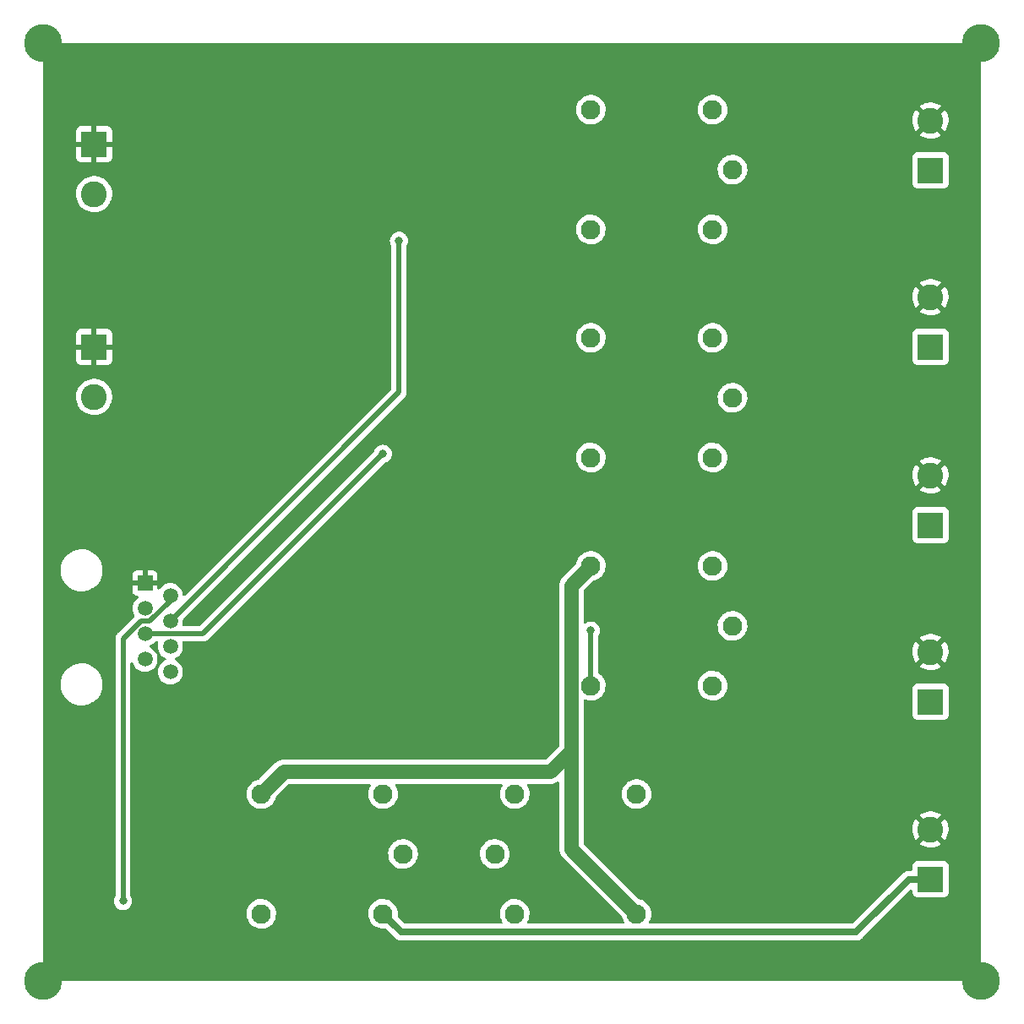
<source format=gbr>
%TF.GenerationSoftware,KiCad,Pcbnew,(6.0.8)*%
%TF.CreationDate,2022-11-07T17:30:20-05:00*%
%TF.ProjectId,Riego_potencia,52696567-6f5f-4706-9f74-656e6369612e,rev?*%
%TF.SameCoordinates,Original*%
%TF.FileFunction,Copper,L2,Bot*%
%TF.FilePolarity,Positive*%
%FSLAX46Y46*%
G04 Gerber Fmt 4.6, Leading zero omitted, Abs format (unit mm)*
G04 Created by KiCad (PCBNEW (6.0.8)) date 2022-11-07 17:30:20*
%MOMM*%
%LPD*%
G01*
G04 APERTURE LIST*
%TA.AperFunction,ComponentPad*%
%ADD10C,1.950000*%
%TD*%
%TA.AperFunction,ComponentPad*%
%ADD11R,2.600000X2.600000*%
%TD*%
%TA.AperFunction,ComponentPad*%
%ADD12C,2.600000*%
%TD*%
%TA.AperFunction,ComponentPad*%
%ADD13R,1.500000X1.500000*%
%TD*%
%TA.AperFunction,ComponentPad*%
%ADD14C,1.500000*%
%TD*%
%TA.AperFunction,ViaPad*%
%ADD15C,0.800000*%
%TD*%
%TA.AperFunction,ViaPad*%
%ADD16C,3.800000*%
%TD*%
%TA.AperFunction,Conductor*%
%ADD17C,0.500000*%
%TD*%
%TA.AperFunction,Conductor*%
%ADD18C,0.690000*%
%TD*%
%TA.AperFunction,Conductor*%
%ADD19C,1.400000*%
%TD*%
G04 APERTURE END LIST*
D10*
%TO.P,K5,COIL1*%
%TO.N,/Potencia_Bomba/VCC_5*%
X57400000Y-100680000D03*
%TO.P,K5,COIL2*%
%TO.N,Net-(D5-Pad2)*%
X57400000Y-112680000D03*
%TO.P,K5,COM*%
%TO.N,/Potencia_ElectroV/VCC_12*%
X71600000Y-106680000D03*
%TO.P,K5,NC*%
%TO.N,unconnected-(K5-PadNC)*%
X69600000Y-100680000D03*
%TO.P,K5,NO*%
%TO.N,/Potencia_ElectroV/Activ_EV_2*%
X69600000Y-112680000D03*
%TD*%
D11*
%TO.P,J4,1,Pin_1*%
%TO.N,/Potencia_ElectroV/Activ_EV_1*%
X124460000Y-91440000D03*
D12*
%TO.P,J4,2,Pin_2*%
%TO.N,GND*%
X124460000Y-86440000D03*
%TD*%
D10*
%TO.P,K1,COIL1*%
%TO.N,/Potencia_Bomba/VCC_5*%
X90420000Y-32100000D03*
%TO.P,K1,COIL2*%
%TO.N,Net-(D1-Pad2)*%
X90420000Y-44100000D03*
%TO.P,K1,COM*%
%TO.N,/Potencia_Bomba/VCC_5*%
X104620000Y-38100000D03*
%TO.P,K1,NC*%
%TO.N,unconnected-(K1-PadNC)*%
X102620000Y-32100000D03*
%TO.P,K1,NO*%
%TO.N,/Potencia_Bomba/Activ_bomba_1*%
X102620000Y-44100000D03*
%TD*%
D11*
%TO.P,J5,1,Pin_1*%
%TO.N,/Potencia_ElectroV/Activ_EV_2*%
X124460000Y-109220000D03*
D12*
%TO.P,J5,2,Pin_2*%
%TO.N,GND*%
X124460000Y-104220000D03*
%TD*%
D11*
%TO.P,Jent1,1*%
%TO.N,GND*%
X40640000Y-55880000D03*
D12*
%TO.P,Jent1,2*%
%TO.N,Net-(Jjack1-Pad2)*%
X40640000Y-60880000D03*
%TD*%
D13*
%TO.P,J45,1*%
%TO.N,GND*%
X45740000Y-79537500D03*
D14*
%TO.P,J45,2*%
%TO.N,/Potencia_ElectroV/Ev_2*%
X48280000Y-80807500D03*
%TO.P,J45,3*%
%TO.N,/Potencia_ElectroV/Ev_1*%
X45740000Y-82077500D03*
%TO.P,J45,4*%
%TO.N,/Potencia_Bomba/Cb_1*%
X48280000Y-83347500D03*
%TO.P,J45,5*%
%TO.N,/Potencia_Bomba/Cb_2*%
X45740000Y-84617500D03*
%TO.P,J45,6*%
%TO.N,/Potencia_Bomba/Cb_3*%
X48280000Y-85887500D03*
%TO.P,J45,7*%
%TO.N,unconnected-(J45-Pad7)*%
X45740000Y-87157500D03*
%TO.P,J45,8*%
%TO.N,unconnected-(J45-Pad8)*%
X48280000Y-88427500D03*
%TD*%
D10*
%TO.P,K4,COIL1*%
%TO.N,/Potencia_Bomba/VCC_5*%
X95000000Y-112680000D03*
%TO.P,K4,COIL2*%
%TO.N,Net-(D4-Pad2)*%
X95000000Y-100680000D03*
%TO.P,K4,COM*%
%TO.N,/Potencia_ElectroV/VCC_12*%
X80800000Y-106680000D03*
%TO.P,K4,NC*%
%TO.N,unconnected-(K4-PadNC)*%
X82800000Y-112680000D03*
%TO.P,K4,NO*%
%TO.N,/Potencia_ElectroV/Activ_EV_1*%
X82800000Y-100680000D03*
%TD*%
D11*
%TO.P,J3,1,Pin_1*%
%TO.N,/Potencia_Bomba/Activ_bomba_3*%
X124460000Y-73740000D03*
D12*
%TO.P,J3,2,Pin_2*%
%TO.N,GND*%
X124460000Y-68740000D03*
%TD*%
D10*
%TO.P,K3,COIL1*%
%TO.N,/Potencia_Bomba/VCC_5*%
X90420000Y-77820000D03*
%TO.P,K3,COIL2*%
%TO.N,Net-(D3-Pad2)*%
X90420000Y-89820000D03*
%TO.P,K3,COM*%
%TO.N,/Potencia_Bomba/VCC_5*%
X104620000Y-83820000D03*
%TO.P,K3,NC*%
%TO.N,unconnected-(K3-PadNC)*%
X102620000Y-77820000D03*
%TO.P,K3,NO*%
%TO.N,/Potencia_Bomba/Activ_bomba_3*%
X102620000Y-89820000D03*
%TD*%
D11*
%TO.P,J2,1,Pin_1*%
%TO.N,/Potencia_Bomba/Activ_bomba_2*%
X124460000Y-55880000D03*
D12*
%TO.P,J2,2,Pin_2*%
%TO.N,GND*%
X124460000Y-50880000D03*
%TD*%
D10*
%TO.P,K2,COIL1*%
%TO.N,/Potencia_Bomba/VCC_5*%
X90420000Y-54960000D03*
%TO.P,K2,COIL2*%
%TO.N,Net-(D2-Pad2)*%
X90420000Y-66960000D03*
%TO.P,K2,COM*%
%TO.N,/Potencia_Bomba/VCC_5*%
X104620000Y-60960000D03*
%TO.P,K2,NC*%
%TO.N,unconnected-(K2-PadNC)*%
X102620000Y-54960000D03*
%TO.P,K2,NO*%
%TO.N,/Potencia_Bomba/Activ_bomba_2*%
X102620000Y-66960000D03*
%TD*%
D11*
%TO.P,Jent2,1,Pin_1*%
%TO.N,GND*%
X40640000Y-35560000D03*
D12*
%TO.P,Jent2,2,Pin_2*%
%TO.N,Net-(Jent2-Pad2)*%
X40640000Y-40560000D03*
%TD*%
D11*
%TO.P,J1,1,Pin_1*%
%TO.N,/Potencia_Bomba/Activ_bomba_1*%
X124460000Y-38180000D03*
D12*
%TO.P,J1,2,Pin_2*%
%TO.N,GND*%
X124460000Y-33180000D03*
%TD*%
D15*
%TO.N,Net-(D3-Pad2)*%
X90420000Y-84301200D03*
%TO.N,/Potencia_ElectroV/Ev_2*%
X43536100Y-111390800D03*
%TO.N,/Potencia_Bomba/Cb_1*%
X71199700Y-45231700D03*
%TO.N,/Potencia_Bomba/Cb_2*%
X69586300Y-66587700D03*
D16*
%TO.N,GND*%
X129540000Y-119380000D03*
X129540000Y-25400000D03*
X35560000Y-25400000D03*
X35560000Y-119380000D03*
%TD*%
D17*
%TO.N,Net-(D3-Pad2)*%
X90420000Y-89820000D02*
X90420000Y-84301200D01*
D18*
%TO.N,/Potencia_ElectroV/Activ_EV_2*%
X124460000Y-109220000D02*
X122314700Y-109220000D01*
X71440900Y-114520900D02*
X117013800Y-114520900D01*
X117013800Y-114520900D02*
X122314700Y-109220000D01*
X69600000Y-112680000D02*
X71440900Y-114520900D01*
D17*
%TO.N,/Potencia_ElectroV/Ev_2*%
X48280000Y-80807500D02*
X48280000Y-81283800D01*
X46216300Y-83347500D02*
X45312400Y-83347500D01*
X43536100Y-85123800D02*
X43536100Y-111390800D01*
X48280000Y-81283800D02*
X46216300Y-83347500D01*
X45312400Y-83347500D02*
X43536100Y-85123800D01*
%TO.N,/Potencia_Bomba/Cb_1*%
X71199700Y-60427800D02*
X71199700Y-45231700D01*
X48280000Y-83347500D02*
X71199700Y-60427800D01*
%TO.N,/Potencia_Bomba/Cb_2*%
X45740000Y-84617500D02*
X51556500Y-84617500D01*
X51556500Y-84617500D02*
X69586300Y-66587700D01*
D19*
%TO.N,/Potencia_Bomba/VCC_5*%
X88489000Y-79751000D02*
X88489000Y-98447600D01*
X88489000Y-98447600D02*
X88489000Y-106169000D01*
X88287600Y-96520000D02*
X86360000Y-98447600D01*
X88489000Y-106169000D02*
X95000000Y-112680000D01*
X59632400Y-98447600D02*
X57400000Y-100680000D01*
X86360000Y-98447600D02*
X59632400Y-98447600D01*
X90420000Y-77820000D02*
X88489000Y-79751000D01*
%TD*%
%TA.AperFunction,Conductor*%
%TO.N,GND*%
G36*
X129482121Y-25420002D02*
G01*
X129528614Y-25473658D01*
X129540000Y-25526000D01*
X129540000Y-119254000D01*
X129519998Y-119322121D01*
X129466342Y-119368614D01*
X129414000Y-119380000D01*
X35686000Y-119380000D01*
X35617879Y-119359998D01*
X35571386Y-119306342D01*
X35560000Y-119254000D01*
X35560000Y-112643631D01*
X55911860Y-112643631D01*
X55912157Y-112648783D01*
X55912157Y-112648787D01*
X55923558Y-112846499D01*
X55925903Y-112887171D01*
X55927040Y-112892217D01*
X55927041Y-112892223D01*
X55950107Y-112994575D01*
X55979533Y-113125147D01*
X55981475Y-113129929D01*
X55981476Y-113129933D01*
X56069367Y-113346382D01*
X56071311Y-113351169D01*
X56198772Y-113559166D01*
X56358492Y-113743553D01*
X56546183Y-113899377D01*
X56756804Y-114022453D01*
X56984698Y-114109478D01*
X56989764Y-114110509D01*
X56989765Y-114110509D01*
X57218667Y-114157080D01*
X57218671Y-114157080D01*
X57223746Y-114158113D01*
X57228922Y-114158303D01*
X57228924Y-114158303D01*
X57462363Y-114166863D01*
X57462367Y-114166863D01*
X57467527Y-114167052D01*
X57472647Y-114166396D01*
X57472649Y-114166396D01*
X57549377Y-114156567D01*
X57709494Y-114136055D01*
X57714443Y-114134570D01*
X57714449Y-114134569D01*
X57938200Y-114067440D01*
X57938199Y-114067440D01*
X57943150Y-114065955D01*
X58162219Y-113958634D01*
X58166424Y-113955634D01*
X58166430Y-113955631D01*
X58356614Y-113819974D01*
X58356616Y-113819972D01*
X58360818Y-113816975D01*
X58533614Y-113644781D01*
X58675966Y-113446677D01*
X58784050Y-113227984D01*
X58816827Y-113120105D01*
X58853462Y-112999527D01*
X58853463Y-112999521D01*
X58854966Y-112994575D01*
X58886807Y-112752717D01*
X58888584Y-112680000D01*
X58868596Y-112436876D01*
X58809167Y-112200280D01*
X58711894Y-111976568D01*
X58579390Y-111771748D01*
X58415212Y-111591319D01*
X58411161Y-111588120D01*
X58411157Y-111588116D01*
X58227825Y-111443329D01*
X58227821Y-111443327D01*
X58223770Y-111440127D01*
X58010205Y-111322233D01*
X58005336Y-111320509D01*
X58005332Y-111320507D01*
X57785127Y-111242528D01*
X57785123Y-111242527D01*
X57780252Y-111240802D01*
X57775159Y-111239895D01*
X57775156Y-111239894D01*
X57545177Y-111198928D01*
X57545171Y-111198927D01*
X57540088Y-111198022D01*
X57460380Y-111197048D01*
X57301332Y-111195105D01*
X57301330Y-111195105D01*
X57296162Y-111195042D01*
X57055024Y-111231941D01*
X56823150Y-111307729D01*
X56818558Y-111310119D01*
X56818559Y-111310119D01*
X56676184Y-111384235D01*
X56606769Y-111420370D01*
X56602636Y-111423473D01*
X56602633Y-111423475D01*
X56415825Y-111563735D01*
X56411690Y-111566840D01*
X56243153Y-111743204D01*
X56240239Y-111747476D01*
X56240238Y-111747477D01*
X56220719Y-111776091D01*
X56105684Y-111944726D01*
X56088705Y-111981305D01*
X56047689Y-112069666D01*
X56002974Y-112165995D01*
X55937783Y-112401067D01*
X55911860Y-112643631D01*
X35560000Y-112643631D01*
X35560000Y-111390800D01*
X42622596Y-111390800D01*
X42642558Y-111580728D01*
X42701573Y-111762356D01*
X42797060Y-111927744D01*
X42801478Y-111932651D01*
X42801479Y-111932652D01*
X42816580Y-111949423D01*
X42924847Y-112069666D01*
X43079348Y-112181918D01*
X43085376Y-112184602D01*
X43085378Y-112184603D01*
X43131847Y-112205292D01*
X43253812Y-112259594D01*
X43347213Y-112279447D01*
X43434156Y-112297928D01*
X43434161Y-112297928D01*
X43440613Y-112299300D01*
X43631587Y-112299300D01*
X43638039Y-112297928D01*
X43638044Y-112297928D01*
X43724987Y-112279447D01*
X43818388Y-112259594D01*
X43940353Y-112205292D01*
X43986822Y-112184603D01*
X43986824Y-112184602D01*
X43992852Y-112181918D01*
X44147353Y-112069666D01*
X44255620Y-111949423D01*
X44270721Y-111932652D01*
X44270722Y-111932651D01*
X44275140Y-111927744D01*
X44370627Y-111762356D01*
X44429642Y-111580728D01*
X44449604Y-111390800D01*
X44433743Y-111239894D01*
X44430332Y-111207435D01*
X44430332Y-111207433D01*
X44429642Y-111200872D01*
X44370627Y-111019244D01*
X44311481Y-110916800D01*
X44294600Y-110853801D01*
X44294600Y-106643631D01*
X70111860Y-106643631D01*
X70112157Y-106648783D01*
X70112157Y-106648787D01*
X70120371Y-106791228D01*
X70125903Y-106887171D01*
X70127040Y-106892217D01*
X70127041Y-106892223D01*
X70150107Y-106994575D01*
X70179533Y-107125147D01*
X70181475Y-107129929D01*
X70181476Y-107129933D01*
X70269367Y-107346382D01*
X70271311Y-107351169D01*
X70398772Y-107559166D01*
X70558492Y-107743553D01*
X70746183Y-107899377D01*
X70956804Y-108022453D01*
X71184698Y-108109478D01*
X71189764Y-108110509D01*
X71189765Y-108110509D01*
X71418667Y-108157080D01*
X71418671Y-108157080D01*
X71423746Y-108158113D01*
X71428922Y-108158303D01*
X71428924Y-108158303D01*
X71662363Y-108166863D01*
X71662367Y-108166863D01*
X71667527Y-108167052D01*
X71672647Y-108166396D01*
X71672649Y-108166396D01*
X71749377Y-108156567D01*
X71909494Y-108136055D01*
X71914443Y-108134570D01*
X71914449Y-108134569D01*
X72138200Y-108067440D01*
X72138199Y-108067440D01*
X72143150Y-108065955D01*
X72362219Y-107958634D01*
X72366424Y-107955634D01*
X72366430Y-107955631D01*
X72556614Y-107819974D01*
X72556616Y-107819972D01*
X72560818Y-107816975D01*
X72733614Y-107644781D01*
X72875966Y-107446677D01*
X72890435Y-107417402D01*
X72981756Y-107232626D01*
X72981757Y-107232624D01*
X72984050Y-107227984D01*
X73016827Y-107120105D01*
X73053462Y-106999527D01*
X73053463Y-106999521D01*
X73054966Y-106994575D01*
X73084344Y-106771428D01*
X73086370Y-106756038D01*
X73086370Y-106756034D01*
X73086807Y-106752717D01*
X73086945Y-106747077D01*
X73088502Y-106683365D01*
X73088502Y-106683361D01*
X73088584Y-106680000D01*
X73085594Y-106643631D01*
X79311860Y-106643631D01*
X79312157Y-106648783D01*
X79312157Y-106648787D01*
X79320371Y-106791228D01*
X79325903Y-106887171D01*
X79327040Y-106892217D01*
X79327041Y-106892223D01*
X79350107Y-106994575D01*
X79379533Y-107125147D01*
X79381475Y-107129929D01*
X79381476Y-107129933D01*
X79469367Y-107346382D01*
X79471311Y-107351169D01*
X79598772Y-107559166D01*
X79758492Y-107743553D01*
X79946183Y-107899377D01*
X80156804Y-108022453D01*
X80384698Y-108109478D01*
X80389764Y-108110509D01*
X80389765Y-108110509D01*
X80618667Y-108157080D01*
X80618671Y-108157080D01*
X80623746Y-108158113D01*
X80628922Y-108158303D01*
X80628924Y-108158303D01*
X80862363Y-108166863D01*
X80862367Y-108166863D01*
X80867527Y-108167052D01*
X80872647Y-108166396D01*
X80872649Y-108166396D01*
X80949377Y-108156567D01*
X81109494Y-108136055D01*
X81114443Y-108134570D01*
X81114449Y-108134569D01*
X81338200Y-108067440D01*
X81338199Y-108067440D01*
X81343150Y-108065955D01*
X81562219Y-107958634D01*
X81566424Y-107955634D01*
X81566430Y-107955631D01*
X81756614Y-107819974D01*
X81756616Y-107819972D01*
X81760818Y-107816975D01*
X81933614Y-107644781D01*
X82075966Y-107446677D01*
X82090435Y-107417402D01*
X82181756Y-107232626D01*
X82181757Y-107232624D01*
X82184050Y-107227984D01*
X82216827Y-107120105D01*
X82253462Y-106999527D01*
X82253463Y-106999521D01*
X82254966Y-106994575D01*
X82284344Y-106771428D01*
X82286370Y-106756038D01*
X82286370Y-106756034D01*
X82286807Y-106752717D01*
X82286945Y-106747077D01*
X82288502Y-106683365D01*
X82288502Y-106683361D01*
X82288584Y-106680000D01*
X82268596Y-106436876D01*
X82209167Y-106200280D01*
X82135902Y-106031783D01*
X82113954Y-105981305D01*
X82113952Y-105981302D01*
X82111894Y-105976568D01*
X81979390Y-105771748D01*
X81918953Y-105705328D01*
X81818690Y-105595141D01*
X81818688Y-105595140D01*
X81815212Y-105591319D01*
X81811161Y-105588120D01*
X81811157Y-105588116D01*
X81627825Y-105443329D01*
X81627821Y-105443327D01*
X81623770Y-105440127D01*
X81410205Y-105322233D01*
X81405336Y-105320509D01*
X81405332Y-105320507D01*
X81185127Y-105242528D01*
X81185123Y-105242527D01*
X81180252Y-105240802D01*
X81175159Y-105239895D01*
X81175156Y-105239894D01*
X80945177Y-105198928D01*
X80945171Y-105198927D01*
X80940088Y-105198022D01*
X80860380Y-105197048D01*
X80701332Y-105195105D01*
X80701330Y-105195105D01*
X80696162Y-105195042D01*
X80455024Y-105231941D01*
X80223150Y-105307729D01*
X80006769Y-105420370D01*
X80002636Y-105423473D01*
X80002633Y-105423475D01*
X79815825Y-105563735D01*
X79811690Y-105566840D01*
X79643153Y-105743204D01*
X79640239Y-105747476D01*
X79640238Y-105747477D01*
X79620719Y-105776091D01*
X79505684Y-105944726D01*
X79402974Y-106165995D01*
X79337783Y-106401067D01*
X79311860Y-106643631D01*
X73085594Y-106643631D01*
X73068596Y-106436876D01*
X73009167Y-106200280D01*
X72935902Y-106031783D01*
X72913954Y-105981305D01*
X72913952Y-105981302D01*
X72911894Y-105976568D01*
X72779390Y-105771748D01*
X72718953Y-105705328D01*
X72618690Y-105595141D01*
X72618688Y-105595140D01*
X72615212Y-105591319D01*
X72611161Y-105588120D01*
X72611157Y-105588116D01*
X72427825Y-105443329D01*
X72427821Y-105443327D01*
X72423770Y-105440127D01*
X72210205Y-105322233D01*
X72205336Y-105320509D01*
X72205332Y-105320507D01*
X71985127Y-105242528D01*
X71985123Y-105242527D01*
X71980252Y-105240802D01*
X71975159Y-105239895D01*
X71975156Y-105239894D01*
X71745177Y-105198928D01*
X71745171Y-105198927D01*
X71740088Y-105198022D01*
X71660380Y-105197048D01*
X71501332Y-105195105D01*
X71501330Y-105195105D01*
X71496162Y-105195042D01*
X71255024Y-105231941D01*
X71023150Y-105307729D01*
X70806769Y-105420370D01*
X70802636Y-105423473D01*
X70802633Y-105423475D01*
X70615825Y-105563735D01*
X70611690Y-105566840D01*
X70443153Y-105743204D01*
X70440239Y-105747476D01*
X70440238Y-105747477D01*
X70420719Y-105776091D01*
X70305684Y-105944726D01*
X70202974Y-106165995D01*
X70137783Y-106401067D01*
X70111860Y-106643631D01*
X44294600Y-106643631D01*
X44294600Y-100643631D01*
X55911860Y-100643631D01*
X55912157Y-100648783D01*
X55912157Y-100648787D01*
X55923558Y-100846499D01*
X55925903Y-100887171D01*
X55927040Y-100892217D01*
X55927041Y-100892223D01*
X55950107Y-100994575D01*
X55979533Y-101125147D01*
X55981475Y-101129929D01*
X55981476Y-101129933D01*
X56069367Y-101346382D01*
X56071311Y-101351169D01*
X56198772Y-101559166D01*
X56358492Y-101743553D01*
X56546183Y-101899377D01*
X56756804Y-102022453D01*
X56984698Y-102109478D01*
X56989764Y-102110509D01*
X56989765Y-102110509D01*
X57218667Y-102157080D01*
X57218671Y-102157080D01*
X57223746Y-102158113D01*
X57228922Y-102158303D01*
X57228924Y-102158303D01*
X57462363Y-102166863D01*
X57462367Y-102166863D01*
X57467527Y-102167052D01*
X57472647Y-102166396D01*
X57472649Y-102166396D01*
X57549377Y-102156567D01*
X57709494Y-102136055D01*
X57714443Y-102134570D01*
X57714449Y-102134569D01*
X57938200Y-102067440D01*
X57938199Y-102067440D01*
X57943150Y-102065955D01*
X58162219Y-101958634D01*
X58166424Y-101955634D01*
X58166430Y-101955631D01*
X58356614Y-101819974D01*
X58356616Y-101819972D01*
X58360818Y-101816975D01*
X58533614Y-101644781D01*
X58675966Y-101446677D01*
X58784050Y-101227984D01*
X58816827Y-101120105D01*
X58853462Y-100999527D01*
X58853463Y-100999521D01*
X58854966Y-100994575D01*
X58858550Y-100967349D01*
X58887271Y-100902423D01*
X58894377Y-100894700D01*
X60096072Y-99693005D01*
X60158384Y-99658979D01*
X60185167Y-99656100D01*
X68264096Y-99656100D01*
X68332217Y-99676102D01*
X68378710Y-99729758D01*
X68388814Y-99800032D01*
X68368186Y-99853102D01*
X68305684Y-99944726D01*
X68202974Y-100165995D01*
X68137783Y-100401067D01*
X68111860Y-100643631D01*
X68112157Y-100648783D01*
X68112157Y-100648787D01*
X68123558Y-100846499D01*
X68125903Y-100887171D01*
X68127040Y-100892217D01*
X68127041Y-100892223D01*
X68150107Y-100994575D01*
X68179533Y-101125147D01*
X68181475Y-101129929D01*
X68181476Y-101129933D01*
X68269367Y-101346382D01*
X68271311Y-101351169D01*
X68398772Y-101559166D01*
X68558492Y-101743553D01*
X68746183Y-101899377D01*
X68956804Y-102022453D01*
X69184698Y-102109478D01*
X69189764Y-102110509D01*
X69189765Y-102110509D01*
X69418667Y-102157080D01*
X69418671Y-102157080D01*
X69423746Y-102158113D01*
X69428922Y-102158303D01*
X69428924Y-102158303D01*
X69662363Y-102166863D01*
X69662367Y-102166863D01*
X69667527Y-102167052D01*
X69672647Y-102166396D01*
X69672649Y-102166396D01*
X69749377Y-102156567D01*
X69909494Y-102136055D01*
X69914443Y-102134570D01*
X69914449Y-102134569D01*
X70138200Y-102067440D01*
X70138199Y-102067440D01*
X70143150Y-102065955D01*
X70362219Y-101958634D01*
X70366424Y-101955634D01*
X70366430Y-101955631D01*
X70556614Y-101819974D01*
X70556616Y-101819972D01*
X70560818Y-101816975D01*
X70733614Y-101644781D01*
X70875966Y-101446677D01*
X70984050Y-101227984D01*
X71016827Y-101120105D01*
X71053462Y-100999527D01*
X71053463Y-100999521D01*
X71054966Y-100994575D01*
X71086807Y-100752717D01*
X71088584Y-100680000D01*
X71068596Y-100436876D01*
X71009167Y-100200280D01*
X70911894Y-99976568D01*
X70830363Y-99850540D01*
X70810156Y-99782480D01*
X70829952Y-99714299D01*
X70883468Y-99667645D01*
X70936155Y-99656100D01*
X81464096Y-99656100D01*
X81532217Y-99676102D01*
X81578710Y-99729758D01*
X81588814Y-99800032D01*
X81568186Y-99853102D01*
X81505684Y-99944726D01*
X81402974Y-100165995D01*
X81337783Y-100401067D01*
X81311860Y-100643631D01*
X81312157Y-100648783D01*
X81312157Y-100648787D01*
X81323558Y-100846499D01*
X81325903Y-100887171D01*
X81327040Y-100892217D01*
X81327041Y-100892223D01*
X81350107Y-100994575D01*
X81379533Y-101125147D01*
X81381475Y-101129929D01*
X81381476Y-101129933D01*
X81469367Y-101346382D01*
X81471311Y-101351169D01*
X81598772Y-101559166D01*
X81758492Y-101743553D01*
X81946183Y-101899377D01*
X82156804Y-102022453D01*
X82384698Y-102109478D01*
X82389764Y-102110509D01*
X82389765Y-102110509D01*
X82618667Y-102157080D01*
X82618671Y-102157080D01*
X82623746Y-102158113D01*
X82628922Y-102158303D01*
X82628924Y-102158303D01*
X82862363Y-102166863D01*
X82862367Y-102166863D01*
X82867527Y-102167052D01*
X82872647Y-102166396D01*
X82872649Y-102166396D01*
X82949377Y-102156567D01*
X83109494Y-102136055D01*
X83114443Y-102134570D01*
X83114449Y-102134569D01*
X83338200Y-102067440D01*
X83338199Y-102067440D01*
X83343150Y-102065955D01*
X83562219Y-101958634D01*
X83566424Y-101955634D01*
X83566430Y-101955631D01*
X83756614Y-101819974D01*
X83756616Y-101819972D01*
X83760818Y-101816975D01*
X83933614Y-101644781D01*
X84075966Y-101446677D01*
X84184050Y-101227984D01*
X84216827Y-101120105D01*
X84253462Y-100999527D01*
X84253463Y-100999521D01*
X84254966Y-100994575D01*
X84286807Y-100752717D01*
X84288584Y-100680000D01*
X84268596Y-100436876D01*
X84209167Y-100200280D01*
X84111894Y-99976568D01*
X84030363Y-99850540D01*
X84010156Y-99782480D01*
X84029952Y-99714299D01*
X84083468Y-99667645D01*
X84136155Y-99656100D01*
X86271915Y-99656100D01*
X86288360Y-99657178D01*
X86309189Y-99659920D01*
X86314788Y-99659656D01*
X86314790Y-99659656D01*
X86387223Y-99656240D01*
X86393158Y-99656100D01*
X86414735Y-99656100D01*
X86417521Y-99655851D01*
X86417529Y-99655851D01*
X86439601Y-99653881D01*
X86444865Y-99653522D01*
X86497653Y-99651032D01*
X86524675Y-99649758D01*
X86530134Y-99648508D01*
X86530139Y-99648507D01*
X86541132Y-99645989D01*
X86558063Y-99643308D01*
X86562174Y-99642941D01*
X86574872Y-99641808D01*
X86580284Y-99640327D01*
X86580292Y-99640326D01*
X86651941Y-99620725D01*
X86657059Y-99619439D01*
X86672029Y-99616010D01*
X86734957Y-99601598D01*
X86740114Y-99599398D01*
X86740121Y-99599396D01*
X86750483Y-99594976D01*
X86766670Y-99589339D01*
X86777537Y-99586366D01*
X86777544Y-99586363D01*
X86782952Y-99584884D01*
X86788010Y-99582472D01*
X86788014Y-99582470D01*
X86855080Y-99550481D01*
X86859879Y-99548314D01*
X86933386Y-99516960D01*
X86938074Y-99513881D01*
X86938077Y-99513879D01*
X86947494Y-99507693D01*
X86962428Y-99499278D01*
X86972594Y-99494429D01*
X86972595Y-99494428D01*
X86977663Y-99492011D01*
X86982218Y-99488738D01*
X86982228Y-99488732D01*
X87042544Y-99445390D01*
X87046895Y-99442399D01*
X87054156Y-99437630D01*
X87075705Y-99423475D01*
X87085325Y-99417156D01*
X87153242Y-99396475D01*
X87221559Y-99415796D01*
X87268585Y-99468985D01*
X87280500Y-99522469D01*
X87280500Y-106080915D01*
X87279422Y-106097360D01*
X87276680Y-106118189D01*
X87276944Y-106123788D01*
X87276944Y-106123790D01*
X87280360Y-106196223D01*
X87280500Y-106202158D01*
X87280500Y-106223735D01*
X87280749Y-106226521D01*
X87280749Y-106226529D01*
X87282719Y-106248601D01*
X87283078Y-106253865D01*
X87286842Y-106333675D01*
X87288092Y-106339134D01*
X87288093Y-106339139D01*
X87290611Y-106350132D01*
X87293292Y-106367063D01*
X87294792Y-106383872D01*
X87296273Y-106389284D01*
X87296274Y-106389292D01*
X87315875Y-106460941D01*
X87317161Y-106466059D01*
X87335002Y-106543957D01*
X87337202Y-106549114D01*
X87337204Y-106549121D01*
X87341624Y-106559483D01*
X87347261Y-106575670D01*
X87350234Y-106586537D01*
X87350237Y-106586544D01*
X87351716Y-106591952D01*
X87354128Y-106597010D01*
X87354130Y-106597014D01*
X87386119Y-106664080D01*
X87388286Y-106668879D01*
X87419640Y-106742386D01*
X87422719Y-106747074D01*
X87422721Y-106747077D01*
X87428907Y-106756494D01*
X87437322Y-106771428D01*
X87444589Y-106786663D01*
X87447862Y-106791218D01*
X87447868Y-106791228D01*
X87491210Y-106851544D01*
X87494200Y-106855894D01*
X87518064Y-106892223D01*
X87538078Y-106922692D01*
X87541145Y-106926134D01*
X87555691Y-106942460D01*
X87563938Y-106952755D01*
X87570474Y-106961851D01*
X87574504Y-106965756D01*
X87644150Y-107033248D01*
X87645560Y-107034637D01*
X93508192Y-112897269D01*
X93542014Y-112958663D01*
X93579533Y-113125147D01*
X93581475Y-113129929D01*
X93581476Y-113129933D01*
X93669367Y-113346382D01*
X93671311Y-113351169D01*
X93674010Y-113355573D01*
X93747541Y-113475565D01*
X93766079Y-113544099D01*
X93744623Y-113611775D01*
X93689983Y-113657108D01*
X93640108Y-113667400D01*
X84163057Y-113667400D01*
X84094936Y-113647398D01*
X84048443Y-113593742D01*
X84038339Y-113523468D01*
X84060735Y-113467873D01*
X84072947Y-113450878D01*
X84075966Y-113446677D01*
X84184050Y-113227984D01*
X84216827Y-113120105D01*
X84253462Y-112999527D01*
X84253463Y-112999521D01*
X84254966Y-112994575D01*
X84286807Y-112752717D01*
X84288584Y-112680000D01*
X84268596Y-112436876D01*
X84209167Y-112200280D01*
X84111894Y-111976568D01*
X83979390Y-111771748D01*
X83815212Y-111591319D01*
X83811161Y-111588120D01*
X83811157Y-111588116D01*
X83627825Y-111443329D01*
X83627821Y-111443327D01*
X83623770Y-111440127D01*
X83410205Y-111322233D01*
X83405336Y-111320509D01*
X83405332Y-111320507D01*
X83185127Y-111242528D01*
X83185123Y-111242527D01*
X83180252Y-111240802D01*
X83175159Y-111239895D01*
X83175156Y-111239894D01*
X82945177Y-111198928D01*
X82945171Y-111198927D01*
X82940088Y-111198022D01*
X82860380Y-111197048D01*
X82701332Y-111195105D01*
X82701330Y-111195105D01*
X82696162Y-111195042D01*
X82455024Y-111231941D01*
X82223150Y-111307729D01*
X82218558Y-111310119D01*
X82218559Y-111310119D01*
X82076184Y-111384235D01*
X82006769Y-111420370D01*
X82002636Y-111423473D01*
X82002633Y-111423475D01*
X81815825Y-111563735D01*
X81811690Y-111566840D01*
X81643153Y-111743204D01*
X81640239Y-111747476D01*
X81640238Y-111747477D01*
X81620719Y-111776091D01*
X81505684Y-111944726D01*
X81488705Y-111981305D01*
X81447689Y-112069666D01*
X81402974Y-112165995D01*
X81337783Y-112401067D01*
X81311860Y-112643631D01*
X81312157Y-112648783D01*
X81312157Y-112648787D01*
X81323558Y-112846499D01*
X81325903Y-112887171D01*
X81327040Y-112892217D01*
X81327041Y-112892223D01*
X81350107Y-112994575D01*
X81379533Y-113125147D01*
X81381475Y-113129929D01*
X81381476Y-113129933D01*
X81469367Y-113346382D01*
X81471311Y-113351169D01*
X81474010Y-113355573D01*
X81547541Y-113475565D01*
X81566079Y-113544099D01*
X81544623Y-113611775D01*
X81489983Y-113657108D01*
X81440108Y-113667400D01*
X71846622Y-113667400D01*
X71778501Y-113647398D01*
X71757527Y-113630495D01*
X71106656Y-112979624D01*
X71072630Y-112917312D01*
X71070829Y-112874083D01*
X71086370Y-112756038D01*
X71086370Y-112756034D01*
X71086807Y-112752717D01*
X71088584Y-112680000D01*
X71068596Y-112436876D01*
X71009167Y-112200280D01*
X70911894Y-111976568D01*
X70779390Y-111771748D01*
X70615212Y-111591319D01*
X70611161Y-111588120D01*
X70611157Y-111588116D01*
X70427825Y-111443329D01*
X70427821Y-111443327D01*
X70423770Y-111440127D01*
X70210205Y-111322233D01*
X70205336Y-111320509D01*
X70205332Y-111320507D01*
X69985127Y-111242528D01*
X69985123Y-111242527D01*
X69980252Y-111240802D01*
X69975159Y-111239895D01*
X69975156Y-111239894D01*
X69745177Y-111198928D01*
X69745171Y-111198927D01*
X69740088Y-111198022D01*
X69660380Y-111197048D01*
X69501332Y-111195105D01*
X69501330Y-111195105D01*
X69496162Y-111195042D01*
X69255024Y-111231941D01*
X69023150Y-111307729D01*
X69018558Y-111310119D01*
X69018559Y-111310119D01*
X68876184Y-111384235D01*
X68806769Y-111420370D01*
X68802636Y-111423473D01*
X68802633Y-111423475D01*
X68615825Y-111563735D01*
X68611690Y-111566840D01*
X68443153Y-111743204D01*
X68440239Y-111747476D01*
X68440238Y-111747477D01*
X68420719Y-111776091D01*
X68305684Y-111944726D01*
X68288705Y-111981305D01*
X68247689Y-112069666D01*
X68202974Y-112165995D01*
X68137783Y-112401067D01*
X68111860Y-112643631D01*
X68112157Y-112648783D01*
X68112157Y-112648787D01*
X68123558Y-112846499D01*
X68125903Y-112887171D01*
X68127040Y-112892217D01*
X68127041Y-112892223D01*
X68150107Y-112994575D01*
X68179533Y-113125147D01*
X68181475Y-113129929D01*
X68181476Y-113129933D01*
X68269367Y-113346382D01*
X68271311Y-113351169D01*
X68398772Y-113559166D01*
X68558492Y-113743553D01*
X68746183Y-113899377D01*
X68956804Y-114022453D01*
X69184698Y-114109478D01*
X69189764Y-114110509D01*
X69189765Y-114110509D01*
X69418667Y-114157080D01*
X69418671Y-114157080D01*
X69423746Y-114158113D01*
X69428922Y-114158303D01*
X69428924Y-114158303D01*
X69662363Y-114166863D01*
X69662367Y-114166863D01*
X69667527Y-114167052D01*
X69794531Y-114150782D01*
X69864640Y-114161966D01*
X69899635Y-114186666D01*
X70808254Y-115095285D01*
X70815396Y-115103051D01*
X70848839Y-115142625D01*
X70906630Y-115186809D01*
X70912964Y-115191652D01*
X70915380Y-115193546D01*
X70978348Y-115244173D01*
X70984456Y-115247204D01*
X70987143Y-115248923D01*
X70987512Y-115249181D01*
X70987612Y-115249243D01*
X70988026Y-115249471D01*
X70990733Y-115251110D01*
X70996157Y-115255258D01*
X71002345Y-115258143D01*
X71002344Y-115258143D01*
X71069333Y-115289381D01*
X71072099Y-115290712D01*
X71144450Y-115326627D01*
X71151067Y-115328277D01*
X71154064Y-115329380D01*
X71154498Y-115329561D01*
X71154563Y-115329584D01*
X71155001Y-115329713D01*
X71158044Y-115330749D01*
X71164224Y-115333630D01*
X71243049Y-115351250D01*
X71246027Y-115351954D01*
X71324384Y-115371490D01*
X71331204Y-115371680D01*
X71334355Y-115372112D01*
X71335278Y-115372278D01*
X71340151Y-115372954D01*
X71345200Y-115374083D01*
X71350870Y-115374400D01*
X71426797Y-115374400D01*
X71430315Y-115374449D01*
X71509754Y-115376668D01*
X71516458Y-115375389D01*
X71523259Y-115374842D01*
X71523301Y-115375368D01*
X71533554Y-115374400D01*
X116972617Y-115374400D01*
X116983159Y-115374842D01*
X117034776Y-115379176D01*
X117041536Y-115378274D01*
X117041538Y-115378274D01*
X117114795Y-115368499D01*
X117117852Y-115368129D01*
X117198157Y-115359405D01*
X117204624Y-115357228D01*
X117207737Y-115356544D01*
X117208191Y-115356464D01*
X117208287Y-115356442D01*
X117208739Y-115356310D01*
X117211823Y-115355552D01*
X117218589Y-115354650D01*
X117294495Y-115327023D01*
X117297345Y-115326025D01*
X117367447Y-115302433D01*
X117373913Y-115300257D01*
X117379759Y-115296744D01*
X117382662Y-115295403D01*
X117383080Y-115295230D01*
X117383172Y-115295186D01*
X117383584Y-115294962D01*
X117386431Y-115293561D01*
X117392847Y-115291226D01*
X117459100Y-115249181D01*
X117461062Y-115247936D01*
X117463681Y-115246319D01*
X117527018Y-115208262D01*
X117532868Y-115204747D01*
X117537824Y-115200060D01*
X117540362Y-115198134D01*
X117541161Y-115197579D01*
X117545064Y-115194627D01*
X117549421Y-115191862D01*
X117553655Y-115188076D01*
X117607328Y-115134403D01*
X117609850Y-115131949D01*
X117662650Y-115082019D01*
X117662652Y-115082017D01*
X117667606Y-115077332D01*
X117671439Y-115071691D01*
X117675865Y-115066491D01*
X117676269Y-115066835D01*
X117682834Y-115058897D01*
X122436405Y-110305326D01*
X122498717Y-110271300D01*
X122569532Y-110276365D01*
X122626368Y-110318912D01*
X122651179Y-110385432D01*
X122651500Y-110394421D01*
X122651500Y-110568134D01*
X122658255Y-110630316D01*
X122709385Y-110766705D01*
X122796739Y-110883261D01*
X122913295Y-110970615D01*
X123049684Y-111021745D01*
X123111866Y-111028500D01*
X125808134Y-111028500D01*
X125870316Y-111021745D01*
X126006705Y-110970615D01*
X126123261Y-110883261D01*
X126210615Y-110766705D01*
X126261745Y-110630316D01*
X126268500Y-110568134D01*
X126268500Y-107871866D01*
X126261745Y-107809684D01*
X126210615Y-107673295D01*
X126123261Y-107556739D01*
X126006705Y-107469385D01*
X125870316Y-107418255D01*
X125808134Y-107411500D01*
X123111866Y-107411500D01*
X123049684Y-107418255D01*
X122913295Y-107469385D01*
X122796739Y-107556739D01*
X122709385Y-107673295D01*
X122658255Y-107809684D01*
X122651500Y-107871866D01*
X122651500Y-108240500D01*
X122631498Y-108308621D01*
X122577842Y-108355114D01*
X122525500Y-108366500D01*
X122355893Y-108366500D01*
X122345350Y-108366058D01*
X122293725Y-108361723D01*
X122286965Y-108362625D01*
X122286964Y-108362625D01*
X122213670Y-108372405D01*
X122210614Y-108372775D01*
X122130343Y-108381495D01*
X122123870Y-108383673D01*
X122120769Y-108384355D01*
X122120300Y-108384437D01*
X122120216Y-108384457D01*
X122119783Y-108384583D01*
X122116675Y-108385347D01*
X122109912Y-108386249D01*
X122103500Y-108388583D01*
X122103499Y-108388583D01*
X122034018Y-108413872D01*
X122031115Y-108414889D01*
X121954587Y-108440643D01*
X121948739Y-108444157D01*
X121945852Y-108445491D01*
X121945430Y-108445665D01*
X121945318Y-108445718D01*
X121944919Y-108445936D01*
X121942071Y-108447337D01*
X121935653Y-108449673D01*
X121867400Y-108492988D01*
X121864832Y-108494573D01*
X121795632Y-108536153D01*
X121790667Y-108540849D01*
X121788161Y-108542751D01*
X121787359Y-108543308D01*
X121783445Y-108546268D01*
X121779079Y-108549038D01*
X121774845Y-108552823D01*
X121721153Y-108606515D01*
X121718631Y-108608969D01*
X121660894Y-108663568D01*
X121657058Y-108669212D01*
X121652638Y-108674406D01*
X121652235Y-108674063D01*
X121645671Y-108681997D01*
X116697174Y-113630495D01*
X116634862Y-113664521D01*
X116608079Y-113667400D01*
X96363057Y-113667400D01*
X96294936Y-113647398D01*
X96248443Y-113593742D01*
X96238339Y-113523468D01*
X96260735Y-113467873D01*
X96272947Y-113450878D01*
X96275966Y-113446677D01*
X96384050Y-113227984D01*
X96416827Y-113120105D01*
X96453462Y-112999527D01*
X96453463Y-112999521D01*
X96454966Y-112994575D01*
X96486807Y-112752717D01*
X96488584Y-112680000D01*
X96468596Y-112436876D01*
X96409167Y-112200280D01*
X96311894Y-111976568D01*
X96179390Y-111771748D01*
X96015212Y-111591319D01*
X96011161Y-111588120D01*
X96011157Y-111588116D01*
X95827825Y-111443329D01*
X95827821Y-111443327D01*
X95823770Y-111440127D01*
X95610205Y-111322233D01*
X95605336Y-111320509D01*
X95605332Y-111320507D01*
X95385127Y-111242528D01*
X95385123Y-111242527D01*
X95380252Y-111240802D01*
X95284948Y-111223826D01*
X95217952Y-111188875D01*
X89734405Y-105705328D01*
X89712332Y-105664906D01*
X123379839Y-105664906D01*
X123388553Y-105676427D01*
X123495452Y-105754809D01*
X123503351Y-105759745D01*
X123732905Y-105880519D01*
X123741454Y-105884236D01*
X123986327Y-105969749D01*
X123995336Y-105972163D01*
X124250166Y-106020544D01*
X124259423Y-106021598D01*
X124518607Y-106031783D01*
X124527921Y-106031457D01*
X124785753Y-106003220D01*
X124794930Y-106001519D01*
X125045758Y-105935481D01*
X125054574Y-105932445D01*
X125292880Y-105830062D01*
X125301167Y-105825748D01*
X125521718Y-105689266D01*
X125529268Y-105683780D01*
X125534559Y-105679301D01*
X125542997Y-105666497D01*
X125536935Y-105656145D01*
X124472812Y-104592022D01*
X124458868Y-104584408D01*
X124457035Y-104584539D01*
X124450420Y-104588790D01*
X123386497Y-105652713D01*
X123379839Y-105664906D01*
X89712332Y-105664906D01*
X89700379Y-105643016D01*
X89697500Y-105616233D01*
X89697500Y-104177211D01*
X122647775Y-104177211D01*
X122660220Y-104436288D01*
X122661356Y-104445543D01*
X122711961Y-104699945D01*
X122714449Y-104708917D01*
X122802095Y-104953033D01*
X122805895Y-104961568D01*
X122928658Y-105190042D01*
X122933666Y-105197904D01*
X123003720Y-105291716D01*
X123014979Y-105300165D01*
X123027397Y-105293393D01*
X124087978Y-104232812D01*
X124094356Y-104221132D01*
X124824408Y-104221132D01*
X124824539Y-104222965D01*
X124828790Y-104229580D01*
X125896094Y-105296884D01*
X125908474Y-105303644D01*
X125916815Y-105297400D01*
X126050832Y-105089048D01*
X126055275Y-105080864D01*
X126161807Y-104844370D01*
X126164997Y-104835605D01*
X126235402Y-104585972D01*
X126237262Y-104576830D01*
X126270187Y-104318019D01*
X126270668Y-104311733D01*
X126272987Y-104223160D01*
X126272836Y-104216851D01*
X126253501Y-103956663D01*
X126252125Y-103947457D01*
X126194878Y-103694467D01*
X126192154Y-103685556D01*
X126098143Y-103443806D01*
X126094132Y-103435397D01*
X125965422Y-103210202D01*
X125960211Y-103202476D01*
X125916996Y-103147658D01*
X125905071Y-103139187D01*
X125893537Y-103145673D01*
X124832022Y-104207188D01*
X124824408Y-104221132D01*
X124094356Y-104221132D01*
X124095592Y-104218868D01*
X124095461Y-104217035D01*
X124091210Y-104210420D01*
X123025816Y-103145026D01*
X123012507Y-103137758D01*
X123002472Y-103144878D01*
X122986937Y-103163556D01*
X122981531Y-103171135D01*
X122846965Y-103392891D01*
X122842736Y-103401192D01*
X122742432Y-103640389D01*
X122739471Y-103649239D01*
X122675628Y-103900625D01*
X122674006Y-103909822D01*
X122648020Y-104167885D01*
X122647775Y-104177211D01*
X89697500Y-104177211D01*
X89697500Y-102772689D01*
X123377102Y-102772689D01*
X123381675Y-102782465D01*
X124447188Y-103847978D01*
X124461132Y-103855592D01*
X124462965Y-103855461D01*
X124469580Y-103851210D01*
X125534349Y-102786441D01*
X125540733Y-102774751D01*
X125531321Y-102762641D01*
X125384045Y-102660471D01*
X125376010Y-102655738D01*
X125143376Y-102541016D01*
X125134743Y-102537528D01*
X124887703Y-102458450D01*
X124878643Y-102456274D01*
X124622630Y-102414580D01*
X124613343Y-102413768D01*
X124353992Y-102410373D01*
X124344681Y-102410943D01*
X124087682Y-102445919D01*
X124078546Y-102447860D01*
X123829543Y-102520439D01*
X123820800Y-102523707D01*
X123585252Y-102632296D01*
X123577097Y-102636816D01*
X123386240Y-102761947D01*
X123377102Y-102772689D01*
X89697500Y-102772689D01*
X89697500Y-100643631D01*
X93511860Y-100643631D01*
X93512157Y-100648783D01*
X93512157Y-100648787D01*
X93523558Y-100846499D01*
X93525903Y-100887171D01*
X93527040Y-100892217D01*
X93527041Y-100892223D01*
X93550107Y-100994575D01*
X93579533Y-101125147D01*
X93581475Y-101129929D01*
X93581476Y-101129933D01*
X93669367Y-101346382D01*
X93671311Y-101351169D01*
X93798772Y-101559166D01*
X93958492Y-101743553D01*
X94146183Y-101899377D01*
X94356804Y-102022453D01*
X94584698Y-102109478D01*
X94589764Y-102110509D01*
X94589765Y-102110509D01*
X94818667Y-102157080D01*
X94818671Y-102157080D01*
X94823746Y-102158113D01*
X94828922Y-102158303D01*
X94828924Y-102158303D01*
X95062363Y-102166863D01*
X95062367Y-102166863D01*
X95067527Y-102167052D01*
X95072647Y-102166396D01*
X95072649Y-102166396D01*
X95149377Y-102156567D01*
X95309494Y-102136055D01*
X95314443Y-102134570D01*
X95314449Y-102134569D01*
X95538200Y-102067440D01*
X95538199Y-102067440D01*
X95543150Y-102065955D01*
X95762219Y-101958634D01*
X95766424Y-101955634D01*
X95766430Y-101955631D01*
X95956614Y-101819974D01*
X95956616Y-101819972D01*
X95960818Y-101816975D01*
X96133614Y-101644781D01*
X96275966Y-101446677D01*
X96384050Y-101227984D01*
X96416827Y-101120105D01*
X96453462Y-100999527D01*
X96453463Y-100999521D01*
X96454966Y-100994575D01*
X96486807Y-100752717D01*
X96488584Y-100680000D01*
X96468596Y-100436876D01*
X96409167Y-100200280D01*
X96311894Y-99976568D01*
X96179390Y-99771748D01*
X96127116Y-99714299D01*
X96018690Y-99595141D01*
X96018688Y-99595140D01*
X96015212Y-99591319D01*
X96011161Y-99588120D01*
X96011157Y-99588116D01*
X95827825Y-99443329D01*
X95827821Y-99443327D01*
X95823770Y-99440127D01*
X95610205Y-99322233D01*
X95605336Y-99320509D01*
X95605332Y-99320507D01*
X95385127Y-99242528D01*
X95385123Y-99242527D01*
X95380252Y-99240802D01*
X95375159Y-99239895D01*
X95375156Y-99239894D01*
X95145177Y-99198928D01*
X95145171Y-99198927D01*
X95140088Y-99198022D01*
X95060380Y-99197048D01*
X94901332Y-99195105D01*
X94901330Y-99195105D01*
X94896162Y-99195042D01*
X94655024Y-99231941D01*
X94423150Y-99307729D01*
X94418558Y-99310119D01*
X94418559Y-99310119D01*
X94215556Y-99415796D01*
X94206769Y-99420370D01*
X94202636Y-99423473D01*
X94202633Y-99423475D01*
X94034987Y-99549348D01*
X94011690Y-99566840D01*
X93843153Y-99743204D01*
X93840239Y-99747476D01*
X93840238Y-99747477D01*
X93769933Y-99850540D01*
X93705684Y-99944726D01*
X93602974Y-100165995D01*
X93537783Y-100401067D01*
X93511860Y-100643631D01*
X89697500Y-100643631D01*
X89697500Y-92788134D01*
X122651500Y-92788134D01*
X122658255Y-92850316D01*
X122709385Y-92986705D01*
X122796739Y-93103261D01*
X122913295Y-93190615D01*
X123049684Y-93241745D01*
X123111866Y-93248500D01*
X125808134Y-93248500D01*
X125870316Y-93241745D01*
X126006705Y-93190615D01*
X126123261Y-93103261D01*
X126210615Y-92986705D01*
X126261745Y-92850316D01*
X126268500Y-92788134D01*
X126268500Y-90091866D01*
X126261745Y-90029684D01*
X126210615Y-89893295D01*
X126123261Y-89776739D01*
X126006705Y-89689385D01*
X125870316Y-89638255D01*
X125808134Y-89631500D01*
X123111866Y-89631500D01*
X123049684Y-89638255D01*
X122913295Y-89689385D01*
X122796739Y-89776739D01*
X122709385Y-89893295D01*
X122658255Y-90029684D01*
X122651500Y-90091866D01*
X122651500Y-92788134D01*
X89697500Y-92788134D01*
X89697500Y-91315159D01*
X89717502Y-91247038D01*
X89771158Y-91200545D01*
X89841432Y-91190441D01*
X89868448Y-91197449D01*
X90004698Y-91249478D01*
X90009764Y-91250509D01*
X90009765Y-91250509D01*
X90238667Y-91297080D01*
X90238671Y-91297080D01*
X90243746Y-91298113D01*
X90248922Y-91298303D01*
X90248924Y-91298303D01*
X90482363Y-91306863D01*
X90482367Y-91306863D01*
X90487527Y-91307052D01*
X90492647Y-91306396D01*
X90492649Y-91306396D01*
X90569377Y-91296567D01*
X90729494Y-91276055D01*
X90734443Y-91274570D01*
X90734449Y-91274569D01*
X90958200Y-91207440D01*
X90958199Y-91207440D01*
X90963150Y-91205955D01*
X91182219Y-91098634D01*
X91186424Y-91095634D01*
X91186430Y-91095631D01*
X91376614Y-90959974D01*
X91376616Y-90959972D01*
X91380818Y-90956975D01*
X91553614Y-90784781D01*
X91695966Y-90586677D01*
X91783646Y-90409270D01*
X91801756Y-90372626D01*
X91801757Y-90372624D01*
X91804050Y-90367984D01*
X91873004Y-90141034D01*
X91873462Y-90139527D01*
X91873463Y-90139521D01*
X91874966Y-90134575D01*
X91906807Y-89892717D01*
X91906889Y-89889365D01*
X91908502Y-89823365D01*
X91908502Y-89823361D01*
X91908584Y-89820000D01*
X91905594Y-89783631D01*
X101131860Y-89783631D01*
X101132157Y-89788783D01*
X101132157Y-89788787D01*
X101138668Y-89901703D01*
X101145903Y-90027171D01*
X101147040Y-90032217D01*
X101147041Y-90032223D01*
X101170107Y-90134575D01*
X101199533Y-90265147D01*
X101201475Y-90269929D01*
X101201476Y-90269933D01*
X101251260Y-90392536D01*
X101291311Y-90491169D01*
X101418772Y-90699166D01*
X101578492Y-90883553D01*
X101766183Y-91039377D01*
X101976804Y-91162453D01*
X102204698Y-91249478D01*
X102209764Y-91250509D01*
X102209765Y-91250509D01*
X102438667Y-91297080D01*
X102438671Y-91297080D01*
X102443746Y-91298113D01*
X102448922Y-91298303D01*
X102448924Y-91298303D01*
X102682363Y-91306863D01*
X102682367Y-91306863D01*
X102687527Y-91307052D01*
X102692647Y-91306396D01*
X102692649Y-91306396D01*
X102769377Y-91296567D01*
X102929494Y-91276055D01*
X102934443Y-91274570D01*
X102934449Y-91274569D01*
X103158200Y-91207440D01*
X103158199Y-91207440D01*
X103163150Y-91205955D01*
X103382219Y-91098634D01*
X103386424Y-91095634D01*
X103386430Y-91095631D01*
X103576614Y-90959974D01*
X103576616Y-90959972D01*
X103580818Y-90956975D01*
X103753614Y-90784781D01*
X103895966Y-90586677D01*
X103983646Y-90409270D01*
X104001756Y-90372626D01*
X104001757Y-90372624D01*
X104004050Y-90367984D01*
X104073004Y-90141034D01*
X104073462Y-90139527D01*
X104073463Y-90139521D01*
X104074966Y-90134575D01*
X104106807Y-89892717D01*
X104106889Y-89889365D01*
X104108502Y-89823365D01*
X104108502Y-89823361D01*
X104108584Y-89820000D01*
X104088596Y-89576876D01*
X104029167Y-89340280D01*
X103931894Y-89116568D01*
X103799390Y-88911748D01*
X103747085Y-88854265D01*
X103638690Y-88735141D01*
X103638688Y-88735140D01*
X103635212Y-88731319D01*
X103631161Y-88728120D01*
X103631157Y-88728116D01*
X103447825Y-88583329D01*
X103447821Y-88583327D01*
X103443770Y-88580127D01*
X103230205Y-88462233D01*
X103225336Y-88460509D01*
X103225332Y-88460507D01*
X103005127Y-88382528D01*
X103005123Y-88382527D01*
X103000252Y-88380802D01*
X102995159Y-88379895D01*
X102995156Y-88379894D01*
X102765177Y-88338928D01*
X102765171Y-88338927D01*
X102760088Y-88338022D01*
X102680380Y-88337048D01*
X102521332Y-88335105D01*
X102521330Y-88335105D01*
X102516162Y-88335042D01*
X102275024Y-88371941D01*
X102043150Y-88447729D01*
X101826769Y-88560370D01*
X101822636Y-88563473D01*
X101822633Y-88563475D01*
X101635825Y-88703735D01*
X101631690Y-88706840D01*
X101628118Y-88710578D01*
X101480969Y-88864561D01*
X101463153Y-88883204D01*
X101460239Y-88887476D01*
X101460238Y-88887477D01*
X101440719Y-88916091D01*
X101325684Y-89084726D01*
X101308705Y-89121305D01*
X101233174Y-89284022D01*
X101222974Y-89305995D01*
X101157783Y-89541067D01*
X101131860Y-89783631D01*
X91905594Y-89783631D01*
X91888596Y-89576876D01*
X91829167Y-89340280D01*
X91731894Y-89116568D01*
X91599390Y-88911748D01*
X91547085Y-88854265D01*
X91438690Y-88735141D01*
X91438688Y-88735140D01*
X91435212Y-88731319D01*
X91431161Y-88728120D01*
X91431157Y-88728116D01*
X91247824Y-88583328D01*
X91247819Y-88583324D01*
X91243770Y-88580127D01*
X91239253Y-88577633D01*
X91234934Y-88574764D01*
X91236287Y-88572727D01*
X91193505Y-88529361D01*
X91178500Y-88469727D01*
X91178500Y-87884906D01*
X123379839Y-87884906D01*
X123388553Y-87896427D01*
X123495452Y-87974809D01*
X123503351Y-87979745D01*
X123732905Y-88100519D01*
X123741454Y-88104236D01*
X123986327Y-88189749D01*
X123995336Y-88192163D01*
X124250166Y-88240544D01*
X124259423Y-88241598D01*
X124518607Y-88251783D01*
X124527921Y-88251457D01*
X124785753Y-88223220D01*
X124794930Y-88221519D01*
X125045758Y-88155481D01*
X125054574Y-88152445D01*
X125292880Y-88050062D01*
X125301167Y-88045748D01*
X125521718Y-87909266D01*
X125529268Y-87903780D01*
X125534559Y-87899301D01*
X125542997Y-87886497D01*
X125536935Y-87876145D01*
X124472812Y-86812022D01*
X124458868Y-86804408D01*
X124457035Y-86804539D01*
X124450420Y-86808790D01*
X123386497Y-87872713D01*
X123379839Y-87884906D01*
X91178500Y-87884906D01*
X91178500Y-86397211D01*
X122647775Y-86397211D01*
X122660220Y-86656288D01*
X122661356Y-86665543D01*
X122711961Y-86919945D01*
X122714449Y-86928917D01*
X122802095Y-87173033D01*
X122805895Y-87181568D01*
X122928658Y-87410042D01*
X122933666Y-87417904D01*
X123003720Y-87511716D01*
X123014979Y-87520165D01*
X123027397Y-87513393D01*
X124087978Y-86452812D01*
X124094356Y-86441132D01*
X124824408Y-86441132D01*
X124824539Y-86442965D01*
X124828790Y-86449580D01*
X125896094Y-87516884D01*
X125908474Y-87523644D01*
X125916815Y-87517400D01*
X126050832Y-87309048D01*
X126055275Y-87300864D01*
X126161807Y-87064370D01*
X126164997Y-87055605D01*
X126235402Y-86805972D01*
X126237262Y-86796830D01*
X126270187Y-86538019D01*
X126270668Y-86531733D01*
X126272987Y-86443160D01*
X126272836Y-86436851D01*
X126253501Y-86176663D01*
X126252125Y-86167457D01*
X126194878Y-85914467D01*
X126192154Y-85905556D01*
X126098143Y-85663806D01*
X126094132Y-85655397D01*
X125965422Y-85430202D01*
X125960211Y-85422476D01*
X125916996Y-85367658D01*
X125905071Y-85359187D01*
X125893537Y-85365673D01*
X124832022Y-86427188D01*
X124824408Y-86441132D01*
X124094356Y-86441132D01*
X124095592Y-86438868D01*
X124095461Y-86437035D01*
X124091210Y-86430420D01*
X123025816Y-85365026D01*
X123012507Y-85357758D01*
X123002472Y-85364878D01*
X122986937Y-85383556D01*
X122981531Y-85391135D01*
X122846965Y-85612891D01*
X122842736Y-85621192D01*
X122742432Y-85860389D01*
X122739471Y-85869239D01*
X122675628Y-86120625D01*
X122674006Y-86129822D01*
X122648020Y-86387885D01*
X122647775Y-86397211D01*
X91178500Y-86397211D01*
X91178500Y-84838199D01*
X91195381Y-84775199D01*
X91205584Y-84757528D01*
X91254527Y-84672756D01*
X91313542Y-84491128D01*
X91327006Y-84363030D01*
X91332814Y-84307765D01*
X91333504Y-84301200D01*
X91313542Y-84111272D01*
X91254527Y-83929644D01*
X91170226Y-83783631D01*
X103131860Y-83783631D01*
X103132157Y-83788783D01*
X103132157Y-83788787D01*
X103139949Y-83923921D01*
X103145903Y-84027171D01*
X103147040Y-84032217D01*
X103147041Y-84032223D01*
X103170107Y-84134575D01*
X103199533Y-84265147D01*
X103201475Y-84269929D01*
X103201476Y-84269933D01*
X103288629Y-84484565D01*
X103291311Y-84491169D01*
X103294010Y-84495573D01*
X103415915Y-84694503D01*
X103418772Y-84699166D01*
X103578492Y-84883553D01*
X103766183Y-85039377D01*
X103976804Y-85162453D01*
X104204698Y-85249478D01*
X104209764Y-85250509D01*
X104209765Y-85250509D01*
X104438667Y-85297080D01*
X104438671Y-85297080D01*
X104443746Y-85298113D01*
X104448922Y-85298303D01*
X104448924Y-85298303D01*
X104682363Y-85306863D01*
X104682367Y-85306863D01*
X104687527Y-85307052D01*
X104692647Y-85306396D01*
X104692649Y-85306396D01*
X104769377Y-85296567D01*
X104929494Y-85276055D01*
X104934443Y-85274570D01*
X104934449Y-85274569D01*
X105140678Y-85212697D01*
X105163150Y-85205955D01*
X105382219Y-85098634D01*
X105386424Y-85095634D01*
X105386430Y-85095631D01*
X105530749Y-84992689D01*
X123377102Y-84992689D01*
X123381675Y-85002465D01*
X124447188Y-86067978D01*
X124461132Y-86075592D01*
X124462965Y-86075461D01*
X124469580Y-86071210D01*
X125534349Y-85006441D01*
X125540733Y-84994751D01*
X125531321Y-84982641D01*
X125384045Y-84880471D01*
X125376010Y-84875738D01*
X125143376Y-84761016D01*
X125134743Y-84757528D01*
X124887703Y-84678450D01*
X124878643Y-84676274D01*
X124622630Y-84634580D01*
X124613343Y-84633768D01*
X124353992Y-84630373D01*
X124344681Y-84630943D01*
X124087682Y-84665919D01*
X124078546Y-84667860D01*
X123829543Y-84740439D01*
X123820800Y-84743707D01*
X123585252Y-84852296D01*
X123577097Y-84856816D01*
X123386240Y-84981947D01*
X123377102Y-84992689D01*
X105530749Y-84992689D01*
X105576614Y-84959974D01*
X105576616Y-84959972D01*
X105580818Y-84956975D01*
X105753614Y-84784781D01*
X105895966Y-84586677D01*
X105908682Y-84560949D01*
X106001756Y-84372626D01*
X106001757Y-84372624D01*
X106004050Y-84367984D01*
X106036827Y-84260105D01*
X106073462Y-84139527D01*
X106073463Y-84139521D01*
X106074966Y-84134575D01*
X106106807Y-83892717D01*
X106108584Y-83820000D01*
X106088596Y-83576876D01*
X106029167Y-83340280D01*
X105931894Y-83116568D01*
X105799390Y-82911748D01*
X105660465Y-82759071D01*
X105638690Y-82735141D01*
X105638688Y-82735140D01*
X105635212Y-82731319D01*
X105631161Y-82728120D01*
X105631157Y-82728116D01*
X105447825Y-82583329D01*
X105447821Y-82583327D01*
X105443770Y-82580127D01*
X105230205Y-82462233D01*
X105225336Y-82460509D01*
X105225332Y-82460507D01*
X105005127Y-82382528D01*
X105005123Y-82382527D01*
X105000252Y-82380802D01*
X104995159Y-82379895D01*
X104995156Y-82379894D01*
X104765177Y-82338928D01*
X104765171Y-82338927D01*
X104760088Y-82338022D01*
X104680380Y-82337048D01*
X104521332Y-82335105D01*
X104521330Y-82335105D01*
X104516162Y-82335042D01*
X104275024Y-82371941D01*
X104043150Y-82447729D01*
X104038558Y-82450119D01*
X104038559Y-82450119D01*
X103934546Y-82504265D01*
X103826769Y-82560370D01*
X103822636Y-82563473D01*
X103822633Y-82563475D01*
X103635825Y-82703735D01*
X103631690Y-82706840D01*
X103463153Y-82883204D01*
X103460239Y-82887476D01*
X103460238Y-82887477D01*
X103440719Y-82916091D01*
X103325684Y-83084726D01*
X103222974Y-83305995D01*
X103157783Y-83541067D01*
X103131860Y-83783631D01*
X91170226Y-83783631D01*
X91159040Y-83764256D01*
X91031253Y-83622334D01*
X90876752Y-83510082D01*
X90870724Y-83507398D01*
X90870722Y-83507397D01*
X90708319Y-83435091D01*
X90708318Y-83435091D01*
X90702288Y-83432406D01*
X90608887Y-83412553D01*
X90521944Y-83394072D01*
X90521939Y-83394072D01*
X90515487Y-83392700D01*
X90324513Y-83392700D01*
X90318061Y-83394072D01*
X90318056Y-83394072D01*
X90231113Y-83412553D01*
X90137712Y-83432406D01*
X90131682Y-83435091D01*
X90131681Y-83435091D01*
X89969278Y-83507397D01*
X89969276Y-83507398D01*
X89963248Y-83510082D01*
X89897559Y-83557808D01*
X89830694Y-83581665D01*
X89761542Y-83565585D01*
X89712062Y-83514672D01*
X89697500Y-83455871D01*
X89697500Y-80303767D01*
X89717502Y-80235646D01*
X89734405Y-80214672D01*
X90634307Y-79314770D01*
X90696619Y-79280744D01*
X90707394Y-79278886D01*
X90724361Y-79276713D01*
X90724366Y-79276712D01*
X90729494Y-79276055D01*
X90734443Y-79274570D01*
X90734449Y-79274569D01*
X90958200Y-79207440D01*
X90958199Y-79207440D01*
X90963150Y-79205955D01*
X91182219Y-79098634D01*
X91186424Y-79095634D01*
X91186430Y-79095631D01*
X91376614Y-78959974D01*
X91376616Y-78959972D01*
X91380818Y-78956975D01*
X91553614Y-78784781D01*
X91695966Y-78586677D01*
X91777214Y-78422284D01*
X91801756Y-78372626D01*
X91801757Y-78372624D01*
X91804050Y-78367984D01*
X91836827Y-78260105D01*
X91873462Y-78139527D01*
X91873463Y-78139521D01*
X91874966Y-78134575D01*
X91906807Y-77892717D01*
X91907958Y-77845624D01*
X91908502Y-77823365D01*
X91908502Y-77823361D01*
X91908584Y-77820000D01*
X91905594Y-77783631D01*
X101131860Y-77783631D01*
X101132157Y-77788783D01*
X101132157Y-77788787D01*
X101143558Y-77986499D01*
X101145903Y-78027171D01*
X101147040Y-78032217D01*
X101147041Y-78032223D01*
X101169200Y-78130549D01*
X101199533Y-78265147D01*
X101201475Y-78269929D01*
X101201476Y-78269933D01*
X101265066Y-78426536D01*
X101291311Y-78491169D01*
X101418772Y-78699166D01*
X101578492Y-78883553D01*
X101668642Y-78958397D01*
X101756928Y-79031693D01*
X101766183Y-79039377D01*
X101976804Y-79162453D01*
X102204698Y-79249478D01*
X102209764Y-79250509D01*
X102209765Y-79250509D01*
X102438667Y-79297080D01*
X102438671Y-79297080D01*
X102443746Y-79298113D01*
X102448922Y-79298303D01*
X102448924Y-79298303D01*
X102682363Y-79306863D01*
X102682367Y-79306863D01*
X102687527Y-79307052D01*
X102692647Y-79306396D01*
X102692649Y-79306396D01*
X102769377Y-79296567D01*
X102929494Y-79276055D01*
X102934443Y-79274570D01*
X102934449Y-79274569D01*
X103158200Y-79207440D01*
X103158199Y-79207440D01*
X103163150Y-79205955D01*
X103382219Y-79098634D01*
X103386424Y-79095634D01*
X103386430Y-79095631D01*
X103576614Y-78959974D01*
X103576616Y-78959972D01*
X103580818Y-78956975D01*
X103753614Y-78784781D01*
X103895966Y-78586677D01*
X103977214Y-78422284D01*
X104001756Y-78372626D01*
X104001757Y-78372624D01*
X104004050Y-78367984D01*
X104036827Y-78260105D01*
X104073462Y-78139527D01*
X104073463Y-78139521D01*
X104074966Y-78134575D01*
X104106807Y-77892717D01*
X104107958Y-77845624D01*
X104108502Y-77823365D01*
X104108502Y-77823361D01*
X104108584Y-77820000D01*
X104088596Y-77576876D01*
X104029167Y-77340280D01*
X103931894Y-77116568D01*
X103799390Y-76911748D01*
X103728668Y-76834025D01*
X103638690Y-76735141D01*
X103638688Y-76735140D01*
X103635212Y-76731319D01*
X103631161Y-76728120D01*
X103631157Y-76728116D01*
X103447825Y-76583329D01*
X103447821Y-76583327D01*
X103443770Y-76580127D01*
X103230205Y-76462233D01*
X103225336Y-76460509D01*
X103225332Y-76460507D01*
X103005127Y-76382528D01*
X103005123Y-76382527D01*
X103000252Y-76380802D01*
X102995159Y-76379895D01*
X102995156Y-76379894D01*
X102765177Y-76338928D01*
X102765171Y-76338927D01*
X102760088Y-76338022D01*
X102680380Y-76337048D01*
X102521332Y-76335105D01*
X102521330Y-76335105D01*
X102516162Y-76335042D01*
X102275024Y-76371941D01*
X102043150Y-76447729D01*
X101826769Y-76560370D01*
X101822636Y-76563473D01*
X101822633Y-76563475D01*
X101718012Y-76642027D01*
X101631690Y-76706840D01*
X101628118Y-76710578D01*
X101504140Y-76840314D01*
X101463153Y-76883204D01*
X101460239Y-76887476D01*
X101460238Y-76887477D01*
X101440719Y-76916091D01*
X101325684Y-77084726D01*
X101308705Y-77121305D01*
X101229335Y-77292292D01*
X101222974Y-77305995D01*
X101157783Y-77541067D01*
X101131860Y-77783631D01*
X91905594Y-77783631D01*
X91888596Y-77576876D01*
X91829167Y-77340280D01*
X91731894Y-77116568D01*
X91599390Y-76911748D01*
X91528668Y-76834025D01*
X91438690Y-76735141D01*
X91438688Y-76735140D01*
X91435212Y-76731319D01*
X91431161Y-76728120D01*
X91431157Y-76728116D01*
X91247825Y-76583329D01*
X91247821Y-76583327D01*
X91243770Y-76580127D01*
X91030205Y-76462233D01*
X91025336Y-76460509D01*
X91025332Y-76460507D01*
X90805127Y-76382528D01*
X90805123Y-76382527D01*
X90800252Y-76380802D01*
X90795159Y-76379895D01*
X90795156Y-76379894D01*
X90565177Y-76338928D01*
X90565171Y-76338927D01*
X90560088Y-76338022D01*
X90480380Y-76337048D01*
X90321332Y-76335105D01*
X90321330Y-76335105D01*
X90316162Y-76335042D01*
X90075024Y-76371941D01*
X89843150Y-76447729D01*
X89626769Y-76560370D01*
X89622636Y-76563473D01*
X89622633Y-76563475D01*
X89518012Y-76642027D01*
X89431690Y-76706840D01*
X89428118Y-76710578D01*
X89304140Y-76840314D01*
X89263153Y-76883204D01*
X89260239Y-76887476D01*
X89260238Y-76887477D01*
X89240719Y-76916091D01*
X89125684Y-77084726D01*
X89108705Y-77121305D01*
X89029335Y-77292292D01*
X89022974Y-77305995D01*
X88957783Y-77541067D01*
X88957586Y-77542910D01*
X88923346Y-77607577D01*
X87696752Y-78834171D01*
X87684361Y-78845038D01*
X87672140Y-78854415D01*
X87672136Y-78854419D01*
X87667689Y-78857831D01*
X87663914Y-78861980D01*
X87615098Y-78915628D01*
X87610999Y-78919924D01*
X87595758Y-78935165D01*
X87593957Y-78937318D01*
X87593956Y-78937320D01*
X87579740Y-78954322D01*
X87576279Y-78958289D01*
X87522503Y-79017389D01*
X87519520Y-79022144D01*
X87513529Y-79031693D01*
X87503459Y-79045553D01*
X87492630Y-79058505D01*
X87471454Y-79095631D01*
X87453038Y-79127917D01*
X87450342Y-79132422D01*
X87407866Y-79200135D01*
X87405772Y-79205345D01*
X87405771Y-79205346D01*
X87401569Y-79215799D01*
X87394110Y-79231228D01*
X87385747Y-79245891D01*
X87383876Y-79251174D01*
X87383873Y-79251181D01*
X87359070Y-79321224D01*
X87357215Y-79326132D01*
X87327403Y-79400293D01*
X87326264Y-79405791D01*
X87326264Y-79405792D01*
X87323978Y-79416830D01*
X87319373Y-79433326D01*
X87313736Y-79449244D01*
X87312830Y-79454778D01*
X87312829Y-79454781D01*
X87300826Y-79528083D01*
X87299864Y-79533274D01*
X87283656Y-79611537D01*
X87283390Y-79616148D01*
X87283390Y-79616149D01*
X87282132Y-79637966D01*
X87280685Y-79651071D01*
X87279828Y-79656305D01*
X87278874Y-79662134D01*
X87278962Y-79667748D01*
X87278962Y-79667750D01*
X87280484Y-79764635D01*
X87280500Y-79766614D01*
X87280500Y-95765833D01*
X87260498Y-95833954D01*
X87243595Y-95854928D01*
X85896328Y-97202195D01*
X85834016Y-97236221D01*
X85807233Y-97239100D01*
X59720485Y-97239100D01*
X59704039Y-97238022D01*
X59700974Y-97237619D01*
X59683211Y-97235280D01*
X59677611Y-97235544D01*
X59677610Y-97235544D01*
X59605176Y-97238960D01*
X59599241Y-97239100D01*
X59577665Y-97239100D01*
X59574881Y-97239348D01*
X59574869Y-97239349D01*
X59552797Y-97241319D01*
X59547534Y-97241678D01*
X59473335Y-97245177D01*
X59473331Y-97245178D01*
X59467724Y-97245442D01*
X59462249Y-97246696D01*
X59451267Y-97249211D01*
X59434337Y-97251892D01*
X59423119Y-97252893D01*
X59423118Y-97252893D01*
X59417528Y-97253392D01*
X59340431Y-97274484D01*
X59335334Y-97275764D01*
X59257443Y-97293603D01*
X59252285Y-97295803D01*
X59252276Y-97295806D01*
X59241919Y-97300224D01*
X59225732Y-97305861D01*
X59214856Y-97308836D01*
X59214851Y-97308838D01*
X59209448Y-97310316D01*
X59156451Y-97335595D01*
X59137312Y-97344723D01*
X59132503Y-97346894D01*
X59059014Y-97378240D01*
X59054326Y-97381319D01*
X59054323Y-97381321D01*
X59044906Y-97387507D01*
X59029972Y-97395922D01*
X59014737Y-97403189D01*
X59010182Y-97406462D01*
X59010172Y-97406468D01*
X58949856Y-97449810D01*
X58945506Y-97452800D01*
X58882568Y-97494142D01*
X58882564Y-97494145D01*
X58878708Y-97496678D01*
X58875266Y-97499745D01*
X58858940Y-97514291D01*
X58848645Y-97522538D01*
X58839549Y-97529074D01*
X58835644Y-97533104D01*
X58768152Y-97602750D01*
X58766763Y-97604160D01*
X57183357Y-99187566D01*
X57121045Y-99221592D01*
X57113329Y-99223019D01*
X57055024Y-99231941D01*
X56823150Y-99307729D01*
X56818558Y-99310119D01*
X56818559Y-99310119D01*
X56615556Y-99415796D01*
X56606769Y-99420370D01*
X56602636Y-99423473D01*
X56602633Y-99423475D01*
X56434987Y-99549348D01*
X56411690Y-99566840D01*
X56243153Y-99743204D01*
X56240239Y-99747476D01*
X56240238Y-99747477D01*
X56169933Y-99850540D01*
X56105684Y-99944726D01*
X56002974Y-100165995D01*
X55937783Y-100401067D01*
X55911860Y-100643631D01*
X44294600Y-100643631D01*
X44294600Y-87582730D01*
X44314602Y-87514609D01*
X44368258Y-87468116D01*
X44438532Y-87458012D01*
X44503112Y-87487506D01*
X44542306Y-87550118D01*
X44551453Y-87584254D01*
X44551457Y-87584264D01*
X44552880Y-87589576D01*
X44590132Y-87669464D01*
X44643618Y-87784166D01*
X44643621Y-87784171D01*
X44645944Y-87789153D01*
X44649100Y-87793660D01*
X44649101Y-87793662D01*
X44726207Y-87903780D01*
X44772251Y-87969538D01*
X44927962Y-88125249D01*
X44932471Y-88128406D01*
X44932473Y-88128408D01*
X45007241Y-88180761D01*
X45108346Y-88251556D01*
X45307924Y-88344620D01*
X45520629Y-88401615D01*
X45740000Y-88420807D01*
X45959371Y-88401615D01*
X46172076Y-88344620D01*
X46371654Y-88251556D01*
X46472759Y-88180761D01*
X46547527Y-88128408D01*
X46547529Y-88128406D01*
X46552038Y-88125249D01*
X46707749Y-87969538D01*
X46753794Y-87903780D01*
X46830899Y-87793662D01*
X46830900Y-87793660D01*
X46834056Y-87789153D01*
X46836379Y-87784171D01*
X46836382Y-87784166D01*
X46889868Y-87669464D01*
X46927120Y-87589576D01*
X46984115Y-87376871D01*
X47003307Y-87157500D01*
X46984115Y-86938129D01*
X46927120Y-86725424D01*
X46836801Y-86531733D01*
X46836382Y-86530834D01*
X46836379Y-86530829D01*
X46834056Y-86525847D01*
X46825877Y-86514166D01*
X46710908Y-86349973D01*
X46710906Y-86349970D01*
X46707749Y-86345462D01*
X46552038Y-86189751D01*
X46371654Y-86063444D01*
X46366672Y-86061121D01*
X46366667Y-86061118D01*
X46239232Y-86001695D01*
X46185947Y-85954778D01*
X46166486Y-85886501D01*
X46187028Y-85818541D01*
X46239232Y-85773305D01*
X46366667Y-85713882D01*
X46366672Y-85713879D01*
X46371654Y-85711556D01*
X46472759Y-85640761D01*
X46547527Y-85588408D01*
X46547529Y-85588406D01*
X46552038Y-85585249D01*
X46707749Y-85429538D01*
X46710908Y-85425027D01*
X46714284Y-85421004D01*
X46773395Y-85381681D01*
X46810802Y-85376000D01*
X46949954Y-85376000D01*
X47018075Y-85396002D01*
X47064568Y-85449658D01*
X47074672Y-85519932D01*
X47071661Y-85534611D01*
X47037308Y-85662816D01*
X47037307Y-85662823D01*
X47035885Y-85668129D01*
X47016693Y-85887500D01*
X47035885Y-86106871D01*
X47092880Y-86319576D01*
X47124733Y-86387885D01*
X47183618Y-86514166D01*
X47183621Y-86514171D01*
X47185944Y-86519153D01*
X47189100Y-86523660D01*
X47189101Y-86523662D01*
X47194753Y-86531733D01*
X47312251Y-86699538D01*
X47467962Y-86855249D01*
X47648346Y-86981556D01*
X47653328Y-86983879D01*
X47653333Y-86983882D01*
X47780768Y-87043305D01*
X47834053Y-87090222D01*
X47853514Y-87158499D01*
X47832972Y-87226459D01*
X47780768Y-87271695D01*
X47653334Y-87331118D01*
X47653329Y-87331121D01*
X47648347Y-87333444D01*
X47643840Y-87336600D01*
X47643838Y-87336601D01*
X47472473Y-87456592D01*
X47472470Y-87456594D01*
X47467962Y-87459751D01*
X47312251Y-87615462D01*
X47309094Y-87619970D01*
X47309092Y-87619973D01*
X47211143Y-87759859D01*
X47185944Y-87795847D01*
X47183621Y-87800829D01*
X47183618Y-87800834D01*
X47144415Y-87884906D01*
X47092880Y-87995424D01*
X47035885Y-88208129D01*
X47016693Y-88427500D01*
X47035885Y-88646871D01*
X47092880Y-88859576D01*
X47115424Y-88907922D01*
X47183618Y-89054166D01*
X47183621Y-89054171D01*
X47185944Y-89059153D01*
X47312251Y-89239538D01*
X47467962Y-89395249D01*
X47648346Y-89521556D01*
X47847924Y-89614620D01*
X48060629Y-89671615D01*
X48280000Y-89690807D01*
X48499371Y-89671615D01*
X48712076Y-89614620D01*
X48911654Y-89521556D01*
X49092038Y-89395249D01*
X49247749Y-89239538D01*
X49374056Y-89059153D01*
X49376379Y-89054171D01*
X49376382Y-89054166D01*
X49444576Y-88907922D01*
X49467120Y-88859576D01*
X49524115Y-88646871D01*
X49543307Y-88427500D01*
X49524115Y-88208129D01*
X49467120Y-87995424D01*
X49415585Y-87884906D01*
X49376382Y-87800834D01*
X49376379Y-87800829D01*
X49374056Y-87795847D01*
X49348857Y-87759859D01*
X49250908Y-87619973D01*
X49250906Y-87619970D01*
X49247749Y-87615462D01*
X49092038Y-87459751D01*
X48911654Y-87333444D01*
X48906672Y-87331121D01*
X48906667Y-87331118D01*
X48779232Y-87271695D01*
X48725947Y-87224778D01*
X48706486Y-87156501D01*
X48727028Y-87088541D01*
X48779232Y-87043305D01*
X48906667Y-86983882D01*
X48906672Y-86983879D01*
X48911654Y-86981556D01*
X49092038Y-86855249D01*
X49247749Y-86699538D01*
X49365248Y-86531733D01*
X49370899Y-86523662D01*
X49370900Y-86523660D01*
X49374056Y-86519153D01*
X49376379Y-86514171D01*
X49376382Y-86514166D01*
X49435267Y-86387885D01*
X49467120Y-86319576D01*
X49524115Y-86106871D01*
X49543307Y-85887500D01*
X49524115Y-85668129D01*
X49522693Y-85662823D01*
X49522692Y-85662816D01*
X49488339Y-85534611D01*
X49490029Y-85463635D01*
X49529823Y-85404839D01*
X49595087Y-85376891D01*
X49610046Y-85376000D01*
X51489430Y-85376000D01*
X51508380Y-85377433D01*
X51522615Y-85379599D01*
X51522619Y-85379599D01*
X51529849Y-85380699D01*
X51537141Y-85380106D01*
X51537144Y-85380106D01*
X51582518Y-85376415D01*
X51592733Y-85376000D01*
X51600793Y-85376000D01*
X51614083Y-85374451D01*
X51629007Y-85372711D01*
X51633382Y-85372278D01*
X51698839Y-85366954D01*
X51698842Y-85366953D01*
X51706137Y-85366360D01*
X51713101Y-85364104D01*
X51719060Y-85362913D01*
X51724915Y-85361529D01*
X51732181Y-85360682D01*
X51800827Y-85335765D01*
X51804955Y-85334348D01*
X51867436Y-85314107D01*
X51867438Y-85314106D01*
X51874399Y-85311851D01*
X51880654Y-85308055D01*
X51886128Y-85305549D01*
X51891558Y-85302830D01*
X51898437Y-85300333D01*
X51935467Y-85276055D01*
X51959476Y-85260314D01*
X51963180Y-85257977D01*
X52025607Y-85220095D01*
X52033984Y-85212697D01*
X52034008Y-85212724D01*
X52037000Y-85210071D01*
X52040233Y-85207368D01*
X52046352Y-85203356D01*
X52099628Y-85147117D01*
X52102006Y-85144675D01*
X62158547Y-75088134D01*
X122651500Y-75088134D01*
X122658255Y-75150316D01*
X122709385Y-75286705D01*
X122796739Y-75403261D01*
X122913295Y-75490615D01*
X123049684Y-75541745D01*
X123111866Y-75548500D01*
X125808134Y-75548500D01*
X125870316Y-75541745D01*
X126006705Y-75490615D01*
X126123261Y-75403261D01*
X126210615Y-75286705D01*
X126261745Y-75150316D01*
X126268500Y-75088134D01*
X126268500Y-72391866D01*
X126261745Y-72329684D01*
X126210615Y-72193295D01*
X126123261Y-72076739D01*
X126006705Y-71989385D01*
X125870316Y-71938255D01*
X125808134Y-71931500D01*
X123111866Y-71931500D01*
X123049684Y-71938255D01*
X122913295Y-71989385D01*
X122796739Y-72076739D01*
X122709385Y-72193295D01*
X122658255Y-72329684D01*
X122651500Y-72391866D01*
X122651500Y-75088134D01*
X62158547Y-75088134D01*
X67061775Y-70184906D01*
X123379839Y-70184906D01*
X123388553Y-70196427D01*
X123495452Y-70274809D01*
X123503351Y-70279745D01*
X123732905Y-70400519D01*
X123741454Y-70404236D01*
X123986327Y-70489749D01*
X123995336Y-70492163D01*
X124250166Y-70540544D01*
X124259423Y-70541598D01*
X124518607Y-70551783D01*
X124527921Y-70551457D01*
X124785753Y-70523220D01*
X124794930Y-70521519D01*
X125045758Y-70455481D01*
X125054574Y-70452445D01*
X125292880Y-70350062D01*
X125301167Y-70345748D01*
X125521718Y-70209266D01*
X125529268Y-70203780D01*
X125534559Y-70199301D01*
X125542997Y-70186497D01*
X125536935Y-70176145D01*
X124472812Y-69112022D01*
X124458868Y-69104408D01*
X124457035Y-69104539D01*
X124450420Y-69108790D01*
X123386497Y-70172713D01*
X123379839Y-70184906D01*
X67061775Y-70184906D01*
X68549470Y-68697211D01*
X122647775Y-68697211D01*
X122660220Y-68956288D01*
X122661356Y-68965543D01*
X122711961Y-69219945D01*
X122714449Y-69228917D01*
X122802095Y-69473033D01*
X122805895Y-69481568D01*
X122928658Y-69710042D01*
X122933666Y-69717904D01*
X123003720Y-69811716D01*
X123014979Y-69820165D01*
X123027397Y-69813393D01*
X124087978Y-68752812D01*
X124094356Y-68741132D01*
X124824408Y-68741132D01*
X124824539Y-68742965D01*
X124828790Y-68749580D01*
X125896094Y-69816884D01*
X125908474Y-69823644D01*
X125916815Y-69817400D01*
X126050832Y-69609048D01*
X126055275Y-69600864D01*
X126161807Y-69364370D01*
X126164997Y-69355605D01*
X126235402Y-69105972D01*
X126237262Y-69096830D01*
X126270187Y-68838019D01*
X126270668Y-68831733D01*
X126272987Y-68743160D01*
X126272836Y-68736851D01*
X126253501Y-68476663D01*
X126252125Y-68467457D01*
X126194878Y-68214467D01*
X126192154Y-68205556D01*
X126098143Y-67963806D01*
X126094132Y-67955397D01*
X125965422Y-67730202D01*
X125960211Y-67722476D01*
X125916996Y-67667658D01*
X125905071Y-67659187D01*
X125893537Y-67665673D01*
X124832022Y-68727188D01*
X124824408Y-68741132D01*
X124094356Y-68741132D01*
X124095592Y-68738868D01*
X124095461Y-68737035D01*
X124091210Y-68730420D01*
X123025816Y-67665026D01*
X123012507Y-67657758D01*
X123002472Y-67664878D01*
X122986937Y-67683556D01*
X122981531Y-67691135D01*
X122846965Y-67912891D01*
X122842736Y-67921192D01*
X122742432Y-68160389D01*
X122739471Y-68169239D01*
X122675628Y-68420625D01*
X122674006Y-68429822D01*
X122648020Y-68687885D01*
X122647775Y-68697211D01*
X68549470Y-68697211D01*
X69742631Y-67504050D01*
X69805528Y-67469899D01*
X69862124Y-67457869D01*
X69862133Y-67457866D01*
X69868588Y-67456494D01*
X69874619Y-67453809D01*
X70037022Y-67381503D01*
X70037024Y-67381502D01*
X70043052Y-67378818D01*
X70197553Y-67266566D01*
X70325340Y-67124644D01*
X70411002Y-66976274D01*
X70417523Y-66964979D01*
X70417524Y-66964978D01*
X70420827Y-66959256D01*
X70432402Y-66923631D01*
X88931860Y-66923631D01*
X88932157Y-66928783D01*
X88932157Y-66928787D01*
X88938595Y-67040439D01*
X88945903Y-67167171D01*
X88947040Y-67172217D01*
X88947041Y-67172223D01*
X88974654Y-67294751D01*
X88999533Y-67405147D01*
X89001475Y-67409929D01*
X89001476Y-67409933D01*
X89089367Y-67626382D01*
X89091311Y-67631169D01*
X89218772Y-67839166D01*
X89378492Y-68023553D01*
X89566183Y-68179377D01*
X89776804Y-68302453D01*
X90004698Y-68389478D01*
X90009764Y-68390509D01*
X90009765Y-68390509D01*
X90238667Y-68437080D01*
X90238671Y-68437080D01*
X90243746Y-68438113D01*
X90248922Y-68438303D01*
X90248924Y-68438303D01*
X90482363Y-68446863D01*
X90482367Y-68446863D01*
X90487527Y-68447052D01*
X90492647Y-68446396D01*
X90492649Y-68446396D01*
X90569377Y-68436567D01*
X90729494Y-68416055D01*
X90734443Y-68414570D01*
X90734449Y-68414569D01*
X90958200Y-68347440D01*
X90958199Y-68347440D01*
X90963150Y-68345955D01*
X91182219Y-68238634D01*
X91186424Y-68235634D01*
X91186430Y-68235631D01*
X91376614Y-68099974D01*
X91376616Y-68099972D01*
X91380818Y-68096975D01*
X91553614Y-67924781D01*
X91695966Y-67726677D01*
X91729322Y-67659187D01*
X91801756Y-67512626D01*
X91801757Y-67512624D01*
X91804050Y-67507984D01*
X91836827Y-67400105D01*
X91873462Y-67279527D01*
X91873463Y-67279521D01*
X91874966Y-67274575D01*
X91895457Y-67118926D01*
X91906370Y-67036038D01*
X91906370Y-67036034D01*
X91906807Y-67032717D01*
X91908133Y-66978450D01*
X91908502Y-66963365D01*
X91908502Y-66963361D01*
X91908584Y-66960000D01*
X91905594Y-66923631D01*
X101131860Y-66923631D01*
X101132157Y-66928783D01*
X101132157Y-66928787D01*
X101138595Y-67040439D01*
X101145903Y-67167171D01*
X101147040Y-67172217D01*
X101147041Y-67172223D01*
X101174654Y-67294751D01*
X101199533Y-67405147D01*
X101201475Y-67409929D01*
X101201476Y-67409933D01*
X101289367Y-67626382D01*
X101291311Y-67631169D01*
X101418772Y-67839166D01*
X101578492Y-68023553D01*
X101766183Y-68179377D01*
X101976804Y-68302453D01*
X102204698Y-68389478D01*
X102209764Y-68390509D01*
X102209765Y-68390509D01*
X102438667Y-68437080D01*
X102438671Y-68437080D01*
X102443746Y-68438113D01*
X102448922Y-68438303D01*
X102448924Y-68438303D01*
X102682363Y-68446863D01*
X102682367Y-68446863D01*
X102687527Y-68447052D01*
X102692647Y-68446396D01*
X102692649Y-68446396D01*
X102769377Y-68436567D01*
X102929494Y-68416055D01*
X102934443Y-68414570D01*
X102934449Y-68414569D01*
X103158200Y-68347440D01*
X103158199Y-68347440D01*
X103163150Y-68345955D01*
X103382219Y-68238634D01*
X103386424Y-68235634D01*
X103386430Y-68235631D01*
X103576614Y-68099974D01*
X103576616Y-68099972D01*
X103580818Y-68096975D01*
X103753614Y-67924781D01*
X103895966Y-67726677D01*
X103929322Y-67659187D01*
X104001756Y-67512626D01*
X104001757Y-67512624D01*
X104004050Y-67507984D01*
X104036827Y-67400105D01*
X104069463Y-67292689D01*
X123377102Y-67292689D01*
X123381675Y-67302465D01*
X124447188Y-68367978D01*
X124461132Y-68375592D01*
X124462965Y-68375461D01*
X124469580Y-68371210D01*
X125534349Y-67306441D01*
X125540733Y-67294751D01*
X125531321Y-67282641D01*
X125384045Y-67180471D01*
X125376010Y-67175738D01*
X125143376Y-67061016D01*
X125134743Y-67057528D01*
X124887703Y-66978450D01*
X124878643Y-66976274D01*
X124622630Y-66934580D01*
X124613343Y-66933768D01*
X124353992Y-66930373D01*
X124344681Y-66930943D01*
X124087682Y-66965919D01*
X124078546Y-66967860D01*
X123829543Y-67040439D01*
X123820800Y-67043707D01*
X123585252Y-67152296D01*
X123577097Y-67156816D01*
X123386240Y-67281947D01*
X123377102Y-67292689D01*
X104069463Y-67292689D01*
X104073462Y-67279527D01*
X104073463Y-67279521D01*
X104074966Y-67274575D01*
X104095457Y-67118926D01*
X104106370Y-67036038D01*
X104106370Y-67036034D01*
X104106807Y-67032717D01*
X104108133Y-66978450D01*
X104108502Y-66963365D01*
X104108502Y-66963361D01*
X104108584Y-66960000D01*
X104088596Y-66716876D01*
X104029167Y-66480280D01*
X103931894Y-66256568D01*
X103850893Y-66131360D01*
X103802200Y-66056091D01*
X103802198Y-66056088D01*
X103799390Y-66051748D01*
X103794022Y-66045848D01*
X103638690Y-65875141D01*
X103638688Y-65875140D01*
X103635212Y-65871319D01*
X103631161Y-65868120D01*
X103631157Y-65868116D01*
X103447825Y-65723329D01*
X103447821Y-65723327D01*
X103443770Y-65720127D01*
X103230205Y-65602233D01*
X103225336Y-65600509D01*
X103225332Y-65600507D01*
X103005127Y-65522528D01*
X103005123Y-65522527D01*
X103000252Y-65520802D01*
X102995159Y-65519895D01*
X102995156Y-65519894D01*
X102765177Y-65478928D01*
X102765171Y-65478927D01*
X102760088Y-65478022D01*
X102680380Y-65477048D01*
X102521332Y-65475105D01*
X102521330Y-65475105D01*
X102516162Y-65475042D01*
X102275024Y-65511941D01*
X102043150Y-65587729D01*
X102038558Y-65590119D01*
X102038559Y-65590119D01*
X101864801Y-65680572D01*
X101826769Y-65700370D01*
X101822636Y-65703473D01*
X101822633Y-65703475D01*
X101702203Y-65793897D01*
X101631690Y-65846840D01*
X101463153Y-66023204D01*
X101460239Y-66027476D01*
X101460238Y-66027477D01*
X101440719Y-66056091D01*
X101325684Y-66224726D01*
X101308705Y-66261305D01*
X101228011Y-66435144D01*
X101222974Y-66445995D01*
X101157783Y-66681067D01*
X101131860Y-66923631D01*
X91905594Y-66923631D01*
X91888596Y-66716876D01*
X91829167Y-66480280D01*
X91731894Y-66256568D01*
X91650893Y-66131360D01*
X91602200Y-66056091D01*
X91602198Y-66056088D01*
X91599390Y-66051748D01*
X91594022Y-66045848D01*
X91438690Y-65875141D01*
X91438688Y-65875140D01*
X91435212Y-65871319D01*
X91431161Y-65868120D01*
X91431157Y-65868116D01*
X91247825Y-65723329D01*
X91247821Y-65723327D01*
X91243770Y-65720127D01*
X91030205Y-65602233D01*
X91025336Y-65600509D01*
X91025332Y-65600507D01*
X90805127Y-65522528D01*
X90805123Y-65522527D01*
X90800252Y-65520802D01*
X90795159Y-65519895D01*
X90795156Y-65519894D01*
X90565177Y-65478928D01*
X90565171Y-65478927D01*
X90560088Y-65478022D01*
X90480380Y-65477048D01*
X90321332Y-65475105D01*
X90321330Y-65475105D01*
X90316162Y-65475042D01*
X90075024Y-65511941D01*
X89843150Y-65587729D01*
X89838558Y-65590119D01*
X89838559Y-65590119D01*
X89664801Y-65680572D01*
X89626769Y-65700370D01*
X89622636Y-65703473D01*
X89622633Y-65703475D01*
X89502203Y-65793897D01*
X89431690Y-65846840D01*
X89263153Y-66023204D01*
X89260239Y-66027476D01*
X89260238Y-66027477D01*
X89240719Y-66056091D01*
X89125684Y-66224726D01*
X89108705Y-66261305D01*
X89028011Y-66435144D01*
X89022974Y-66445995D01*
X88957783Y-66681067D01*
X88931860Y-66923631D01*
X70432402Y-66923631D01*
X70479842Y-66777628D01*
X70499804Y-66587700D01*
X70485434Y-66450979D01*
X70480532Y-66404335D01*
X70480532Y-66404333D01*
X70479842Y-66397772D01*
X70420827Y-66216144D01*
X70325340Y-66050756D01*
X70197553Y-65908834D01*
X70043052Y-65796582D01*
X70037024Y-65793898D01*
X70037022Y-65793897D01*
X69874619Y-65721591D01*
X69874618Y-65721591D01*
X69868588Y-65718906D01*
X69770144Y-65697981D01*
X69688244Y-65680572D01*
X69688239Y-65680572D01*
X69681787Y-65679200D01*
X69490813Y-65679200D01*
X69484361Y-65680572D01*
X69484356Y-65680572D01*
X69402456Y-65697981D01*
X69304012Y-65718906D01*
X69297982Y-65721591D01*
X69297981Y-65721591D01*
X69135578Y-65793897D01*
X69135576Y-65793898D01*
X69129548Y-65796582D01*
X68975047Y-65908834D01*
X68847260Y-66050756D01*
X68751773Y-66216144D01*
X68749731Y-66222429D01*
X68696913Y-66384985D01*
X68666175Y-66435144D01*
X51279224Y-83822095D01*
X51216912Y-83856121D01*
X51190129Y-83859000D01*
X49610046Y-83859000D01*
X49541925Y-83838998D01*
X49495432Y-83785342D01*
X49485328Y-83715068D01*
X49488339Y-83700389D01*
X49522692Y-83572184D01*
X49522693Y-83572177D01*
X49524115Y-83566871D01*
X49543307Y-83347500D01*
X49539676Y-83305995D01*
X49533092Y-83230739D01*
X49547081Y-83161135D01*
X49569518Y-83130663D01*
X71688611Y-61011570D01*
X71703023Y-60999184D01*
X71714618Y-60990651D01*
X71714623Y-60990646D01*
X71720518Y-60986308D01*
X71725257Y-60980730D01*
X71725260Y-60980727D01*
X71754735Y-60946032D01*
X71761665Y-60938516D01*
X71767361Y-60932820D01*
X71769624Y-60929959D01*
X71769629Y-60929954D01*
X71774631Y-60923631D01*
X103131860Y-60923631D01*
X103132157Y-60928783D01*
X103132157Y-60928787D01*
X103141819Y-61096349D01*
X103145903Y-61167171D01*
X103147040Y-61172217D01*
X103147041Y-61172223D01*
X103170107Y-61274575D01*
X103199533Y-61405147D01*
X103201475Y-61409929D01*
X103201476Y-61409933D01*
X103289367Y-61626382D01*
X103291311Y-61631169D01*
X103418772Y-61839166D01*
X103578492Y-62023553D01*
X103766183Y-62179377D01*
X103976804Y-62302453D01*
X104204698Y-62389478D01*
X104209764Y-62390509D01*
X104209765Y-62390509D01*
X104438667Y-62437080D01*
X104438671Y-62437080D01*
X104443746Y-62438113D01*
X104448922Y-62438303D01*
X104448924Y-62438303D01*
X104682363Y-62446863D01*
X104682367Y-62446863D01*
X104687527Y-62447052D01*
X104692647Y-62446396D01*
X104692649Y-62446396D01*
X104769377Y-62436567D01*
X104929494Y-62416055D01*
X104934443Y-62414570D01*
X104934449Y-62414569D01*
X105134337Y-62354599D01*
X105163150Y-62345955D01*
X105382219Y-62238634D01*
X105386424Y-62235634D01*
X105386430Y-62235631D01*
X105576614Y-62099974D01*
X105576616Y-62099972D01*
X105580818Y-62096975D01*
X105753614Y-61924781D01*
X105895966Y-61726677D01*
X105947818Y-61621763D01*
X106001756Y-61512626D01*
X106001757Y-61512624D01*
X106004050Y-61507984D01*
X106048988Y-61360079D01*
X106073462Y-61279527D01*
X106073463Y-61279521D01*
X106074966Y-61274575D01*
X106106807Y-61032717D01*
X106107489Y-61004826D01*
X106108502Y-60963365D01*
X106108502Y-60963361D01*
X106108584Y-60960000D01*
X106088596Y-60716876D01*
X106035622Y-60505978D01*
X106030426Y-60485292D01*
X106030426Y-60485291D01*
X106029167Y-60480280D01*
X105931894Y-60256568D01*
X105839416Y-60113619D01*
X105802200Y-60056091D01*
X105802198Y-60056088D01*
X105799390Y-60051748D01*
X105635212Y-59871319D01*
X105631161Y-59868120D01*
X105631157Y-59868116D01*
X105447825Y-59723329D01*
X105447821Y-59723327D01*
X105443770Y-59720127D01*
X105230205Y-59602233D01*
X105225336Y-59600509D01*
X105225332Y-59600507D01*
X105005127Y-59522528D01*
X105005123Y-59522527D01*
X105000252Y-59520802D01*
X104995159Y-59519895D01*
X104995156Y-59519894D01*
X104765177Y-59478928D01*
X104765171Y-59478927D01*
X104760088Y-59478022D01*
X104680380Y-59477048D01*
X104521332Y-59475105D01*
X104521330Y-59475105D01*
X104516162Y-59475042D01*
X104275024Y-59511941D01*
X104043150Y-59587729D01*
X104038558Y-59590119D01*
X104038559Y-59590119D01*
X103914368Y-59654769D01*
X103826769Y-59700370D01*
X103822636Y-59703473D01*
X103822633Y-59703475D01*
X103635825Y-59843735D01*
X103631690Y-59846840D01*
X103463153Y-60023204D01*
X103460239Y-60027476D01*
X103460238Y-60027477D01*
X103437388Y-60060974D01*
X103325684Y-60224726D01*
X103308705Y-60261305D01*
X103267644Y-60349763D01*
X103222974Y-60445995D01*
X103157783Y-60681067D01*
X103131860Y-60923631D01*
X71774631Y-60923631D01*
X71784985Y-60910544D01*
X71787774Y-60907142D01*
X71830296Y-60857091D01*
X71830297Y-60857090D01*
X71835033Y-60851515D01*
X71838361Y-60844998D01*
X71841727Y-60839950D01*
X71844890Y-60834828D01*
X71849435Y-60829084D01*
X71880364Y-60762905D01*
X71882263Y-60759021D01*
X71915469Y-60693992D01*
X71917210Y-60686877D01*
X71919313Y-60681222D01*
X71921222Y-60675483D01*
X71924322Y-60668850D01*
X71939191Y-60597365D01*
X71940161Y-60593082D01*
X71947014Y-60565077D01*
X71957508Y-60522190D01*
X71958200Y-60511036D01*
X71958235Y-60511038D01*
X71958475Y-60507066D01*
X71958852Y-60502845D01*
X71960341Y-60495685D01*
X71958246Y-60418258D01*
X71958200Y-60414850D01*
X71958200Y-57228134D01*
X122651500Y-57228134D01*
X122658255Y-57290316D01*
X122709385Y-57426705D01*
X122796739Y-57543261D01*
X122913295Y-57630615D01*
X123049684Y-57681745D01*
X123111866Y-57688500D01*
X125808134Y-57688500D01*
X125870316Y-57681745D01*
X126006705Y-57630615D01*
X126123261Y-57543261D01*
X126210615Y-57426705D01*
X126261745Y-57290316D01*
X126268500Y-57228134D01*
X126268500Y-54531866D01*
X126261745Y-54469684D01*
X126210615Y-54333295D01*
X126123261Y-54216739D01*
X126006705Y-54129385D01*
X125870316Y-54078255D01*
X125808134Y-54071500D01*
X123111866Y-54071500D01*
X123049684Y-54078255D01*
X122913295Y-54129385D01*
X122796739Y-54216739D01*
X122709385Y-54333295D01*
X122658255Y-54469684D01*
X122651500Y-54531866D01*
X122651500Y-57228134D01*
X71958200Y-57228134D01*
X71958200Y-54923631D01*
X88931860Y-54923631D01*
X88932157Y-54928783D01*
X88932157Y-54928787D01*
X88943558Y-55126499D01*
X88945903Y-55167171D01*
X88947040Y-55172217D01*
X88947041Y-55172223D01*
X88970107Y-55274575D01*
X88999533Y-55405147D01*
X89001475Y-55409929D01*
X89001476Y-55409933D01*
X89089212Y-55626000D01*
X89091311Y-55631169D01*
X89218772Y-55839166D01*
X89378492Y-56023553D01*
X89566183Y-56179377D01*
X89776804Y-56302453D01*
X90004698Y-56389478D01*
X90009764Y-56390509D01*
X90009765Y-56390509D01*
X90238667Y-56437080D01*
X90238671Y-56437080D01*
X90243746Y-56438113D01*
X90248922Y-56438303D01*
X90248924Y-56438303D01*
X90482363Y-56446863D01*
X90482367Y-56446863D01*
X90487527Y-56447052D01*
X90492647Y-56446396D01*
X90492649Y-56446396D01*
X90569377Y-56436567D01*
X90729494Y-56416055D01*
X90734443Y-56414570D01*
X90734449Y-56414569D01*
X90958200Y-56347440D01*
X90958199Y-56347440D01*
X90963150Y-56345955D01*
X91182219Y-56238634D01*
X91186424Y-56235634D01*
X91186430Y-56235631D01*
X91376614Y-56099974D01*
X91376616Y-56099972D01*
X91380818Y-56096975D01*
X91553614Y-55924781D01*
X91695966Y-55726677D01*
X91745724Y-55626000D01*
X91801756Y-55512626D01*
X91801757Y-55512624D01*
X91804050Y-55507984D01*
X91836827Y-55400105D01*
X91873462Y-55279527D01*
X91873463Y-55279521D01*
X91874966Y-55274575D01*
X91906807Y-55032717D01*
X91908584Y-54960000D01*
X91905594Y-54923631D01*
X101131860Y-54923631D01*
X101132157Y-54928783D01*
X101132157Y-54928787D01*
X101143558Y-55126499D01*
X101145903Y-55167171D01*
X101147040Y-55172217D01*
X101147041Y-55172223D01*
X101170107Y-55274575D01*
X101199533Y-55405147D01*
X101201475Y-55409929D01*
X101201476Y-55409933D01*
X101289212Y-55626000D01*
X101291311Y-55631169D01*
X101418772Y-55839166D01*
X101578492Y-56023553D01*
X101766183Y-56179377D01*
X101976804Y-56302453D01*
X102204698Y-56389478D01*
X102209764Y-56390509D01*
X102209765Y-56390509D01*
X102438667Y-56437080D01*
X102438671Y-56437080D01*
X102443746Y-56438113D01*
X102448922Y-56438303D01*
X102448924Y-56438303D01*
X102682363Y-56446863D01*
X102682367Y-56446863D01*
X102687527Y-56447052D01*
X102692647Y-56446396D01*
X102692649Y-56446396D01*
X102769377Y-56436567D01*
X102929494Y-56416055D01*
X102934443Y-56414570D01*
X102934449Y-56414569D01*
X103158200Y-56347440D01*
X103158199Y-56347440D01*
X103163150Y-56345955D01*
X103382219Y-56238634D01*
X103386424Y-56235634D01*
X103386430Y-56235631D01*
X103576614Y-56099974D01*
X103576616Y-56099972D01*
X103580818Y-56096975D01*
X103753614Y-55924781D01*
X103895966Y-55726677D01*
X103945724Y-55626000D01*
X104001756Y-55512626D01*
X104001757Y-55512624D01*
X104004050Y-55507984D01*
X104036827Y-55400105D01*
X104073462Y-55279527D01*
X104073463Y-55279521D01*
X104074966Y-55274575D01*
X104106807Y-55032717D01*
X104108584Y-54960000D01*
X104088596Y-54716876D01*
X104029167Y-54480280D01*
X103931894Y-54256568D01*
X103847577Y-54126233D01*
X103802200Y-54056091D01*
X103802198Y-54056088D01*
X103799390Y-54051748D01*
X103635212Y-53871319D01*
X103631161Y-53868120D01*
X103631157Y-53868116D01*
X103447825Y-53723329D01*
X103447821Y-53723327D01*
X103443770Y-53720127D01*
X103230205Y-53602233D01*
X103225336Y-53600509D01*
X103225332Y-53600507D01*
X103005127Y-53522528D01*
X103005123Y-53522527D01*
X103000252Y-53520802D01*
X102995159Y-53519895D01*
X102995156Y-53519894D01*
X102765177Y-53478928D01*
X102765171Y-53478927D01*
X102760088Y-53478022D01*
X102680380Y-53477048D01*
X102521332Y-53475105D01*
X102521330Y-53475105D01*
X102516162Y-53475042D01*
X102275024Y-53511941D01*
X102043150Y-53587729D01*
X101826769Y-53700370D01*
X101822636Y-53703473D01*
X101822633Y-53703475D01*
X101635825Y-53843735D01*
X101631690Y-53846840D01*
X101463153Y-54023204D01*
X101460239Y-54027476D01*
X101460238Y-54027477D01*
X101428726Y-54073672D01*
X101325684Y-54224726D01*
X101222974Y-54445995D01*
X101157783Y-54681067D01*
X101131860Y-54923631D01*
X91905594Y-54923631D01*
X91888596Y-54716876D01*
X91829167Y-54480280D01*
X91731894Y-54256568D01*
X91647577Y-54126233D01*
X91602200Y-54056091D01*
X91602198Y-54056088D01*
X91599390Y-54051748D01*
X91435212Y-53871319D01*
X91431161Y-53868120D01*
X91431157Y-53868116D01*
X91247825Y-53723329D01*
X91247821Y-53723327D01*
X91243770Y-53720127D01*
X91030205Y-53602233D01*
X91025336Y-53600509D01*
X91025332Y-53600507D01*
X90805127Y-53522528D01*
X90805123Y-53522527D01*
X90800252Y-53520802D01*
X90795159Y-53519895D01*
X90795156Y-53519894D01*
X90565177Y-53478928D01*
X90565171Y-53478927D01*
X90560088Y-53478022D01*
X90480380Y-53477048D01*
X90321332Y-53475105D01*
X90321330Y-53475105D01*
X90316162Y-53475042D01*
X90075024Y-53511941D01*
X89843150Y-53587729D01*
X89626769Y-53700370D01*
X89622636Y-53703473D01*
X89622633Y-53703475D01*
X89435825Y-53843735D01*
X89431690Y-53846840D01*
X89263153Y-54023204D01*
X89260239Y-54027476D01*
X89260238Y-54027477D01*
X89228726Y-54073672D01*
X89125684Y-54224726D01*
X89022974Y-54445995D01*
X88957783Y-54681067D01*
X88931860Y-54923631D01*
X71958200Y-54923631D01*
X71958200Y-52324906D01*
X123379839Y-52324906D01*
X123388553Y-52336427D01*
X123495452Y-52414809D01*
X123503351Y-52419745D01*
X123732905Y-52540519D01*
X123741454Y-52544236D01*
X123986327Y-52629749D01*
X123995336Y-52632163D01*
X124250166Y-52680544D01*
X124259423Y-52681598D01*
X124518607Y-52691783D01*
X124527921Y-52691457D01*
X124785753Y-52663220D01*
X124794930Y-52661519D01*
X125045758Y-52595481D01*
X125054574Y-52592445D01*
X125292880Y-52490062D01*
X125301167Y-52485748D01*
X125521718Y-52349266D01*
X125529268Y-52343780D01*
X125534559Y-52339301D01*
X125542997Y-52326497D01*
X125536935Y-52316145D01*
X124472812Y-51252022D01*
X124458868Y-51244408D01*
X124457035Y-51244539D01*
X124450420Y-51248790D01*
X123386497Y-52312713D01*
X123379839Y-52324906D01*
X71958200Y-52324906D01*
X71958200Y-50837211D01*
X122647775Y-50837211D01*
X122660220Y-51096288D01*
X122661356Y-51105543D01*
X122711961Y-51359945D01*
X122714449Y-51368917D01*
X122802095Y-51613033D01*
X122805895Y-51621568D01*
X122928658Y-51850042D01*
X122933666Y-51857904D01*
X123003720Y-51951716D01*
X123014979Y-51960165D01*
X123027397Y-51953393D01*
X124087978Y-50892812D01*
X124094356Y-50881132D01*
X124824408Y-50881132D01*
X124824539Y-50882965D01*
X124828790Y-50889580D01*
X125896094Y-51956884D01*
X125908474Y-51963644D01*
X125916815Y-51957400D01*
X126050832Y-51749048D01*
X126055275Y-51740864D01*
X126161807Y-51504370D01*
X126164997Y-51495605D01*
X126235402Y-51245972D01*
X126237262Y-51236830D01*
X126270187Y-50978019D01*
X126270668Y-50971733D01*
X126272987Y-50883160D01*
X126272836Y-50876851D01*
X126253501Y-50616663D01*
X126252125Y-50607457D01*
X126194878Y-50354467D01*
X126192154Y-50345556D01*
X126098143Y-50103806D01*
X126094132Y-50095397D01*
X125965422Y-49870202D01*
X125960211Y-49862476D01*
X125916996Y-49807658D01*
X125905071Y-49799187D01*
X125893537Y-49805673D01*
X124832022Y-50867188D01*
X124824408Y-50881132D01*
X124094356Y-50881132D01*
X124095592Y-50878868D01*
X124095461Y-50877035D01*
X124091210Y-50870420D01*
X123025816Y-49805026D01*
X123012507Y-49797758D01*
X123002472Y-49804878D01*
X122986937Y-49823556D01*
X122981531Y-49831135D01*
X122846965Y-50052891D01*
X122842736Y-50061192D01*
X122742432Y-50300389D01*
X122739471Y-50309239D01*
X122675628Y-50560625D01*
X122674006Y-50569822D01*
X122648020Y-50827885D01*
X122647775Y-50837211D01*
X71958200Y-50837211D01*
X71958200Y-49432689D01*
X123377102Y-49432689D01*
X123381675Y-49442465D01*
X124447188Y-50507978D01*
X124461132Y-50515592D01*
X124462965Y-50515461D01*
X124469580Y-50511210D01*
X125534349Y-49446441D01*
X125540733Y-49434751D01*
X125531321Y-49422641D01*
X125384045Y-49320471D01*
X125376010Y-49315738D01*
X125143376Y-49201016D01*
X125134743Y-49197528D01*
X124887703Y-49118450D01*
X124878643Y-49116274D01*
X124622630Y-49074580D01*
X124613343Y-49073768D01*
X124353992Y-49070373D01*
X124344681Y-49070943D01*
X124087682Y-49105919D01*
X124078546Y-49107860D01*
X123829543Y-49180439D01*
X123820800Y-49183707D01*
X123585252Y-49292296D01*
X123577097Y-49296816D01*
X123386240Y-49421947D01*
X123377102Y-49432689D01*
X71958200Y-49432689D01*
X71958200Y-45768699D01*
X71975081Y-45705699D01*
X72030923Y-45608979D01*
X72030924Y-45608978D01*
X72034227Y-45603256D01*
X72093242Y-45421628D01*
X72097522Y-45380911D01*
X72112514Y-45238265D01*
X72113204Y-45231700D01*
X72096044Y-45068429D01*
X72093932Y-45048335D01*
X72093932Y-45048333D01*
X72093242Y-45041772D01*
X72034227Y-44860144D01*
X71938740Y-44694756D01*
X71896627Y-44647984D01*
X71815375Y-44557745D01*
X71815374Y-44557744D01*
X71810953Y-44552834D01*
X71656452Y-44440582D01*
X71650424Y-44437898D01*
X71650422Y-44437897D01*
X71488019Y-44365591D01*
X71488018Y-44365591D01*
X71481988Y-44362906D01*
X71388587Y-44343053D01*
X71301644Y-44324572D01*
X71301639Y-44324572D01*
X71295187Y-44323200D01*
X71104213Y-44323200D01*
X71097761Y-44324572D01*
X71097756Y-44324572D01*
X71010813Y-44343053D01*
X70917412Y-44362906D01*
X70911382Y-44365591D01*
X70911381Y-44365591D01*
X70748978Y-44437897D01*
X70748976Y-44437898D01*
X70742948Y-44440582D01*
X70588447Y-44552834D01*
X70584026Y-44557744D01*
X70584025Y-44557745D01*
X70502774Y-44647984D01*
X70460660Y-44694756D01*
X70365173Y-44860144D01*
X70306158Y-45041772D01*
X70305468Y-45048333D01*
X70305468Y-45048335D01*
X70303356Y-45068429D01*
X70286196Y-45231700D01*
X70286886Y-45238265D01*
X70301879Y-45380911D01*
X70306158Y-45421628D01*
X70365173Y-45603256D01*
X70368476Y-45608978D01*
X70368477Y-45608979D01*
X70424319Y-45705699D01*
X70441200Y-45768699D01*
X70441200Y-60061429D01*
X70421198Y-60129550D01*
X70404295Y-60150524D01*
X49750786Y-80804033D01*
X49688474Y-80838059D01*
X49617659Y-80832994D01*
X49560823Y-80790447D01*
X49536170Y-80725920D01*
X49524594Y-80593605D01*
X49524115Y-80588129D01*
X49467120Y-80375424D01*
X49423585Y-80282062D01*
X49376382Y-80180834D01*
X49376379Y-80180829D01*
X49374056Y-80175847D01*
X49363826Y-80161237D01*
X49250908Y-79999973D01*
X49250906Y-79999970D01*
X49247749Y-79995462D01*
X49092038Y-79839751D01*
X48911654Y-79713444D01*
X48712076Y-79620380D01*
X48499371Y-79563385D01*
X48280000Y-79544193D01*
X48060629Y-79563385D01*
X47847924Y-79620380D01*
X47810211Y-79637966D01*
X47653334Y-79711118D01*
X47653329Y-79711121D01*
X47648347Y-79713444D01*
X47643840Y-79716600D01*
X47643838Y-79716601D01*
X47472473Y-79836592D01*
X47472470Y-79836594D01*
X47467962Y-79839751D01*
X47312251Y-79995462D01*
X47309094Y-79999970D01*
X47309092Y-79999973D01*
X47227213Y-80116909D01*
X47171756Y-80161237D01*
X47101137Y-80168546D01*
X47037776Y-80136515D01*
X47001791Y-80075314D01*
X46998000Y-80044638D01*
X46998000Y-79809615D01*
X46993525Y-79794376D01*
X46992135Y-79793171D01*
X46984452Y-79791500D01*
X44500116Y-79791500D01*
X44484877Y-79795975D01*
X44483672Y-79797365D01*
X44482001Y-79805048D01*
X44482001Y-80332169D01*
X44482371Y-80338990D01*
X44487895Y-80389852D01*
X44491521Y-80405104D01*
X44536676Y-80525554D01*
X44545214Y-80541149D01*
X44621715Y-80643224D01*
X44634276Y-80655785D01*
X44736351Y-80732286D01*
X44751946Y-80740824D01*
X44872394Y-80785978D01*
X44887649Y-80789605D01*
X44938514Y-80795131D01*
X44945328Y-80795500D01*
X44977138Y-80795500D01*
X45045259Y-80815502D01*
X45091752Y-80869158D01*
X45101856Y-80939432D01*
X45072362Y-81004012D01*
X45049410Y-81024712D01*
X45015577Y-81048402D01*
X44932473Y-81106592D01*
X44932470Y-81106594D01*
X44927962Y-81109751D01*
X44772251Y-81265462D01*
X44769094Y-81269970D01*
X44769092Y-81269973D01*
X44649101Y-81441338D01*
X44645944Y-81445847D01*
X44643621Y-81450829D01*
X44643618Y-81450834D01*
X44623978Y-81492953D01*
X44552880Y-81645424D01*
X44495885Y-81858129D01*
X44476693Y-82077500D01*
X44495885Y-82296871D01*
X44552880Y-82509576D01*
X44606936Y-82625499D01*
X44643418Y-82703735D01*
X44645944Y-82709153D01*
X44680901Y-82759077D01*
X44703587Y-82826345D01*
X44686303Y-82895206D01*
X44666781Y-82920438D01*
X43047189Y-84540030D01*
X43032777Y-84552416D01*
X43021182Y-84560949D01*
X43021177Y-84560954D01*
X43015282Y-84565292D01*
X43010543Y-84570870D01*
X43010540Y-84570873D01*
X42981065Y-84605568D01*
X42974135Y-84613084D01*
X42968440Y-84618779D01*
X42966160Y-84621661D01*
X42950819Y-84641051D01*
X42948028Y-84644455D01*
X42905509Y-84694503D01*
X42900767Y-84700085D01*
X42897439Y-84706601D01*
X42894072Y-84711650D01*
X42890905Y-84716779D01*
X42886366Y-84722516D01*
X42855445Y-84788675D01*
X42853542Y-84792569D01*
X42820331Y-84857608D01*
X42818592Y-84864716D01*
X42816493Y-84870359D01*
X42814576Y-84876122D01*
X42811478Y-84882750D01*
X42809988Y-84889912D01*
X42809988Y-84889913D01*
X42796614Y-84954212D01*
X42795644Y-84958496D01*
X42778292Y-85029410D01*
X42777944Y-85035012D01*
X42777944Y-85035015D01*
X42777674Y-85039377D01*
X42777600Y-85040564D01*
X42777564Y-85040562D01*
X42777325Y-85044555D01*
X42776951Y-85048747D01*
X42775460Y-85055915D01*
X42775658Y-85063232D01*
X42777554Y-85133321D01*
X42777600Y-85136728D01*
X42777600Y-110853801D01*
X42760719Y-110916800D01*
X42701573Y-111019244D01*
X42642558Y-111200872D01*
X42641868Y-111207433D01*
X42641868Y-111207435D01*
X42638457Y-111239894D01*
X42622596Y-111390800D01*
X35560000Y-111390800D01*
X35560000Y-89830203D01*
X37280743Y-89830203D01*
X37318268Y-90115234D01*
X37394129Y-90392536D01*
X37395813Y-90396484D01*
X37476938Y-90586677D01*
X37506923Y-90656976D01*
X37532173Y-90699166D01*
X37644503Y-90886855D01*
X37654561Y-90903661D01*
X37834313Y-91128028D01*
X37872532Y-91164296D01*
X38013746Y-91298303D01*
X38042851Y-91325923D01*
X38276317Y-91493686D01*
X38280112Y-91495695D01*
X38280113Y-91495696D01*
X38301869Y-91507215D01*
X38530392Y-91628212D01*
X38800373Y-91727011D01*
X39081264Y-91788255D01*
X39109841Y-91790504D01*
X39304282Y-91805807D01*
X39304291Y-91805807D01*
X39306739Y-91806000D01*
X39462271Y-91806000D01*
X39464407Y-91805854D01*
X39464418Y-91805854D01*
X39672548Y-91791665D01*
X39672554Y-91791664D01*
X39676825Y-91791373D01*
X39681020Y-91790504D01*
X39681022Y-91790504D01*
X39817584Y-91762223D01*
X39958342Y-91733074D01*
X40229343Y-91637107D01*
X40484812Y-91505250D01*
X40488313Y-91502789D01*
X40488317Y-91502787D01*
X40602418Y-91422595D01*
X40720023Y-91339941D01*
X40870031Y-91200545D01*
X40927479Y-91147161D01*
X40927481Y-91147158D01*
X40930622Y-91144240D01*
X41112713Y-90921768D01*
X41262927Y-90676642D01*
X41378483Y-90413398D01*
X41457244Y-90136906D01*
X41497751Y-89852284D01*
X41497845Y-89834451D01*
X41499235Y-89569083D01*
X41499235Y-89569076D01*
X41499257Y-89564797D01*
X41461732Y-89279766D01*
X41385871Y-89002464D01*
X41273077Y-88738024D01*
X41166753Y-88560370D01*
X41127643Y-88495021D01*
X41127640Y-88495017D01*
X41125439Y-88491339D01*
X40945687Y-88266972D01*
X40796342Y-88125249D01*
X40740258Y-88072027D01*
X40740255Y-88072025D01*
X40737149Y-88069077D01*
X40503683Y-87901314D01*
X40481843Y-87889750D01*
X40449665Y-87872713D01*
X40249608Y-87766788D01*
X39979627Y-87667989D01*
X39698736Y-87606745D01*
X39667685Y-87604301D01*
X39475718Y-87589193D01*
X39475709Y-87589193D01*
X39473261Y-87589000D01*
X39317729Y-87589000D01*
X39315593Y-87589146D01*
X39315582Y-87589146D01*
X39107452Y-87603335D01*
X39107446Y-87603336D01*
X39103175Y-87603627D01*
X39098980Y-87604496D01*
X39098978Y-87604496D01*
X38962417Y-87632776D01*
X38821658Y-87661926D01*
X38550657Y-87757893D01*
X38546848Y-87759859D01*
X38301491Y-87886497D01*
X38295188Y-87889750D01*
X38291687Y-87892211D01*
X38291683Y-87892213D01*
X38188080Y-87965027D01*
X38059977Y-88055059D01*
X38044892Y-88069077D01*
X37860372Y-88240544D01*
X37849378Y-88250760D01*
X37667287Y-88473232D01*
X37517073Y-88718358D01*
X37515347Y-88722291D01*
X37515346Y-88722292D01*
X37510059Y-88734337D01*
X37401517Y-88981602D01*
X37400342Y-88985729D01*
X37400341Y-88985730D01*
X37373360Y-89080447D01*
X37322756Y-89258094D01*
X37310346Y-89345292D01*
X37284930Y-89523881D01*
X37282249Y-89542716D01*
X37282227Y-89547005D01*
X37282226Y-89547012D01*
X37280765Y-89825917D01*
X37280743Y-89830203D01*
X35560000Y-89830203D01*
X35560000Y-78400203D01*
X37280743Y-78400203D01*
X37281302Y-78404447D01*
X37281302Y-78404451D01*
X37292089Y-78486382D01*
X37318268Y-78685234D01*
X37394129Y-78962536D01*
X37395813Y-78966484D01*
X37502156Y-79215799D01*
X37506923Y-79226976D01*
X37554848Y-79307052D01*
X37643262Y-79454781D01*
X37654561Y-79473661D01*
X37834313Y-79698028D01*
X37947089Y-79805048D01*
X37987765Y-79843648D01*
X38042851Y-79895923D01*
X38276317Y-80063686D01*
X38280112Y-80065695D01*
X38280113Y-80065696D01*
X38298278Y-80075314D01*
X38530392Y-80198212D01*
X38800373Y-80297011D01*
X39081264Y-80358255D01*
X39109841Y-80360504D01*
X39304282Y-80375807D01*
X39304291Y-80375807D01*
X39306739Y-80376000D01*
X39462271Y-80376000D01*
X39464407Y-80375854D01*
X39464418Y-80375854D01*
X39672548Y-80361665D01*
X39672554Y-80361664D01*
X39676825Y-80361373D01*
X39681020Y-80360504D01*
X39681022Y-80360504D01*
X39817847Y-80332169D01*
X39958342Y-80303074D01*
X40229343Y-80207107D01*
X40484812Y-80075250D01*
X40488313Y-80072789D01*
X40488317Y-80072787D01*
X40603884Y-79991565D01*
X40720023Y-79909941D01*
X40798956Y-79836592D01*
X40927479Y-79717161D01*
X40927481Y-79717158D01*
X40930622Y-79714240D01*
X41112713Y-79491768D01*
X41251441Y-79265385D01*
X44482000Y-79265385D01*
X44486475Y-79280624D01*
X44487865Y-79281829D01*
X44495548Y-79283500D01*
X45467885Y-79283500D01*
X45483124Y-79279025D01*
X45484329Y-79277635D01*
X45486000Y-79269952D01*
X45486000Y-79265385D01*
X45994000Y-79265385D01*
X45998475Y-79280624D01*
X45999865Y-79281829D01*
X46007548Y-79283500D01*
X46979884Y-79283500D01*
X46995123Y-79279025D01*
X46996328Y-79277635D01*
X46997999Y-79269952D01*
X46997999Y-78742831D01*
X46997629Y-78736010D01*
X46992105Y-78685148D01*
X46988479Y-78669896D01*
X46943324Y-78549446D01*
X46934786Y-78533851D01*
X46858285Y-78431776D01*
X46845724Y-78419215D01*
X46743649Y-78342714D01*
X46728054Y-78334176D01*
X46607606Y-78289022D01*
X46592351Y-78285395D01*
X46541486Y-78279869D01*
X46534672Y-78279500D01*
X46012115Y-78279500D01*
X45996876Y-78283975D01*
X45995671Y-78285365D01*
X45994000Y-78293048D01*
X45994000Y-79265385D01*
X45486000Y-79265385D01*
X45486000Y-78297616D01*
X45481525Y-78282377D01*
X45480135Y-78281172D01*
X45472452Y-78279501D01*
X44945331Y-78279501D01*
X44938510Y-78279871D01*
X44887648Y-78285395D01*
X44872396Y-78289021D01*
X44751946Y-78334176D01*
X44736351Y-78342714D01*
X44634276Y-78419215D01*
X44621715Y-78431776D01*
X44545214Y-78533851D01*
X44536676Y-78549446D01*
X44491522Y-78669894D01*
X44487895Y-78685149D01*
X44482369Y-78736014D01*
X44482000Y-78742828D01*
X44482000Y-79265385D01*
X41251441Y-79265385D01*
X41260686Y-79250299D01*
X41262927Y-79246642D01*
X41280136Y-79207440D01*
X41376757Y-78987330D01*
X41378483Y-78983398D01*
X41457244Y-78706906D01*
X41497751Y-78422284D01*
X41497845Y-78404451D01*
X41499235Y-78139083D01*
X41499235Y-78139076D01*
X41499257Y-78134797D01*
X41461732Y-77849766D01*
X41385871Y-77572464D01*
X41370353Y-77536082D01*
X41274763Y-77311976D01*
X41274761Y-77311972D01*
X41273077Y-77308024D01*
X41125439Y-77061339D01*
X40945687Y-76836972D01*
X40737149Y-76639077D01*
X40503683Y-76471314D01*
X40481843Y-76459750D01*
X40456104Y-76446122D01*
X40249608Y-76336788D01*
X39979627Y-76237989D01*
X39698736Y-76176745D01*
X39667685Y-76174301D01*
X39475718Y-76159193D01*
X39475709Y-76159193D01*
X39473261Y-76159000D01*
X39317729Y-76159000D01*
X39315593Y-76159146D01*
X39315582Y-76159146D01*
X39107452Y-76173335D01*
X39107446Y-76173336D01*
X39103175Y-76173627D01*
X39098980Y-76174496D01*
X39098978Y-76174496D01*
X38962416Y-76202777D01*
X38821658Y-76231926D01*
X38550657Y-76327893D01*
X38295188Y-76459750D01*
X38291687Y-76462211D01*
X38291683Y-76462213D01*
X38291655Y-76462233D01*
X38059977Y-76625059D01*
X37849378Y-76820760D01*
X37667287Y-77043232D01*
X37517073Y-77288358D01*
X37401517Y-77551602D01*
X37322756Y-77828094D01*
X37282249Y-78112716D01*
X37282227Y-78117005D01*
X37282226Y-78117012D01*
X37280887Y-78372626D01*
X37280743Y-78400203D01*
X35560000Y-78400203D01*
X35560000Y-60832526D01*
X38827050Y-60832526D01*
X38827274Y-60837192D01*
X38827274Y-60837197D01*
X38831992Y-60935408D01*
X38839947Y-61101019D01*
X38892388Y-61364656D01*
X38983220Y-61617646D01*
X38985431Y-61621761D01*
X38985432Y-61621763D01*
X39039312Y-61722038D01*
X39110450Y-61854431D01*
X39113241Y-61858168D01*
X39113245Y-61858175D01*
X39194887Y-61967506D01*
X39271281Y-62069810D01*
X39274590Y-62073090D01*
X39274595Y-62073096D01*
X39441585Y-62238634D01*
X39462180Y-62259050D01*
X39465942Y-62261808D01*
X39465945Y-62261811D01*
X39582415Y-62347210D01*
X39678954Y-62417995D01*
X39683089Y-62420171D01*
X39683093Y-62420173D01*
X39912698Y-62540975D01*
X39916840Y-62543154D01*
X40170613Y-62631775D01*
X40175206Y-62632647D01*
X40430109Y-62681042D01*
X40430112Y-62681042D01*
X40434698Y-62681913D01*
X40562370Y-62686929D01*
X40698625Y-62692283D01*
X40698630Y-62692283D01*
X40703293Y-62692466D01*
X40807607Y-62681042D01*
X40965844Y-62663713D01*
X40965850Y-62663712D01*
X40970497Y-62663203D01*
X40975021Y-62662012D01*
X41225918Y-62595956D01*
X41225920Y-62595955D01*
X41230441Y-62594765D01*
X41234738Y-62592919D01*
X41473120Y-62490502D01*
X41473122Y-62490501D01*
X41477414Y-62488657D01*
X41640664Y-62387635D01*
X41702017Y-62349669D01*
X41702021Y-62349666D01*
X41705990Y-62347210D01*
X41911149Y-62173530D01*
X42088382Y-61971434D01*
X42118391Y-61924781D01*
X42231269Y-61749291D01*
X42233797Y-61745361D01*
X42344199Y-61500278D01*
X42381209Y-61369051D01*
X42415893Y-61246072D01*
X42415894Y-61246069D01*
X42417163Y-61241568D01*
X42435043Y-61101019D01*
X42450688Y-60978045D01*
X42450688Y-60978041D01*
X42451086Y-60974915D01*
X42451389Y-60963365D01*
X42453488Y-60883160D01*
X42453571Y-60880000D01*
X42441076Y-60711857D01*
X42433996Y-60616592D01*
X42433996Y-60616591D01*
X42433650Y-60611937D01*
X42430354Y-60597371D01*
X42375361Y-60354331D01*
X42375360Y-60354326D01*
X42374327Y-60349763D01*
X42276902Y-60099238D01*
X42143518Y-59865864D01*
X41977105Y-59654769D01*
X41781317Y-59470591D01*
X41560457Y-59317374D01*
X41556264Y-59315306D01*
X41323564Y-59200551D01*
X41323561Y-59200550D01*
X41319376Y-59198486D01*
X41271745Y-59183239D01*
X41217621Y-59165914D01*
X41063370Y-59116538D01*
X41058763Y-59115788D01*
X41058760Y-59115787D01*
X40802674Y-59074081D01*
X40802675Y-59074081D01*
X40798063Y-59073330D01*
X40667719Y-59071624D01*
X40533961Y-59069873D01*
X40533958Y-59069873D01*
X40529284Y-59069812D01*
X40262937Y-59106060D01*
X40004874Y-59181278D01*
X39760763Y-59293815D01*
X39756854Y-59296378D01*
X39539881Y-59438631D01*
X39539876Y-59438635D01*
X39535968Y-59441197D01*
X39497171Y-59475825D01*
X39357477Y-59600507D01*
X39335426Y-59620188D01*
X39163544Y-59826854D01*
X39024096Y-60056656D01*
X39022287Y-60060970D01*
X39022285Y-60060974D01*
X38993529Y-60129550D01*
X38920148Y-60304545D01*
X38853981Y-60565077D01*
X38827050Y-60832526D01*
X35560000Y-60832526D01*
X35560000Y-57224669D01*
X38832001Y-57224669D01*
X38832371Y-57231490D01*
X38837895Y-57282352D01*
X38841521Y-57297604D01*
X38886676Y-57418054D01*
X38895214Y-57433649D01*
X38971715Y-57535724D01*
X38984276Y-57548285D01*
X39086351Y-57624786D01*
X39101946Y-57633324D01*
X39222394Y-57678478D01*
X39237649Y-57682105D01*
X39288514Y-57687631D01*
X39295328Y-57688000D01*
X40367885Y-57688000D01*
X40383124Y-57683525D01*
X40384329Y-57682135D01*
X40386000Y-57674452D01*
X40386000Y-57669884D01*
X40894000Y-57669884D01*
X40898475Y-57685123D01*
X40899865Y-57686328D01*
X40907548Y-57687999D01*
X41984669Y-57687999D01*
X41991490Y-57687629D01*
X42042352Y-57682105D01*
X42057604Y-57678479D01*
X42178054Y-57633324D01*
X42193649Y-57624786D01*
X42295724Y-57548285D01*
X42308285Y-57535724D01*
X42384786Y-57433649D01*
X42393324Y-57418054D01*
X42438478Y-57297606D01*
X42442105Y-57282351D01*
X42447631Y-57231486D01*
X42448000Y-57224672D01*
X42448000Y-56152115D01*
X42443525Y-56136876D01*
X42442135Y-56135671D01*
X42434452Y-56134000D01*
X40912115Y-56134000D01*
X40896876Y-56138475D01*
X40895671Y-56139865D01*
X40894000Y-56147548D01*
X40894000Y-57669884D01*
X40386000Y-57669884D01*
X40386000Y-56152115D01*
X40381525Y-56136876D01*
X40380135Y-56135671D01*
X40372452Y-56134000D01*
X38850116Y-56134000D01*
X38834877Y-56138475D01*
X38833672Y-56139865D01*
X38832001Y-56147548D01*
X38832001Y-57224669D01*
X35560000Y-57224669D01*
X35560000Y-55607885D01*
X38832000Y-55607885D01*
X38836475Y-55623124D01*
X38837865Y-55624329D01*
X38845548Y-55626000D01*
X40367885Y-55626000D01*
X40383124Y-55621525D01*
X40384329Y-55620135D01*
X40386000Y-55612452D01*
X40386000Y-55607885D01*
X40894000Y-55607885D01*
X40898475Y-55623124D01*
X40899865Y-55624329D01*
X40907548Y-55626000D01*
X42429884Y-55626000D01*
X42445123Y-55621525D01*
X42446328Y-55620135D01*
X42447999Y-55612452D01*
X42447999Y-54535331D01*
X42447629Y-54528510D01*
X42442105Y-54477648D01*
X42438479Y-54462396D01*
X42393324Y-54341946D01*
X42384786Y-54326351D01*
X42308285Y-54224276D01*
X42295724Y-54211715D01*
X42193649Y-54135214D01*
X42178054Y-54126676D01*
X42057606Y-54081522D01*
X42042351Y-54077895D01*
X41991486Y-54072369D01*
X41984672Y-54072000D01*
X40912115Y-54072000D01*
X40896876Y-54076475D01*
X40895671Y-54077865D01*
X40894000Y-54085548D01*
X40894000Y-55607885D01*
X40386000Y-55607885D01*
X40386000Y-54090116D01*
X40381525Y-54074877D01*
X40380135Y-54073672D01*
X40372452Y-54072001D01*
X39295331Y-54072001D01*
X39288510Y-54072371D01*
X39237648Y-54077895D01*
X39222396Y-54081521D01*
X39101946Y-54126676D01*
X39086351Y-54135214D01*
X38984276Y-54211715D01*
X38971715Y-54224276D01*
X38895214Y-54326351D01*
X38886676Y-54341946D01*
X38841522Y-54462394D01*
X38837895Y-54477649D01*
X38832369Y-54528514D01*
X38832000Y-54535328D01*
X38832000Y-55607885D01*
X35560000Y-55607885D01*
X35560000Y-44063631D01*
X88931860Y-44063631D01*
X88932157Y-44068783D01*
X88932157Y-44068787D01*
X88943558Y-44266499D01*
X88945903Y-44307171D01*
X88947040Y-44312217D01*
X88947041Y-44312223D01*
X88970107Y-44414575D01*
X88999533Y-44545147D01*
X89001475Y-44549929D01*
X89001476Y-44549933D01*
X89089367Y-44766382D01*
X89091311Y-44771169D01*
X89218772Y-44979166D01*
X89378492Y-45163553D01*
X89566183Y-45319377D01*
X89776804Y-45442453D01*
X90004698Y-45529478D01*
X90009764Y-45530509D01*
X90009765Y-45530509D01*
X90238667Y-45577080D01*
X90238671Y-45577080D01*
X90243746Y-45578113D01*
X90248922Y-45578303D01*
X90248924Y-45578303D01*
X90482363Y-45586863D01*
X90482367Y-45586863D01*
X90487527Y-45587052D01*
X90492647Y-45586396D01*
X90492649Y-45586396D01*
X90569377Y-45576567D01*
X90729494Y-45556055D01*
X90734443Y-45554570D01*
X90734449Y-45554569D01*
X90958200Y-45487440D01*
X90958199Y-45487440D01*
X90963150Y-45485955D01*
X91182219Y-45378634D01*
X91186424Y-45375634D01*
X91186430Y-45375631D01*
X91376614Y-45239974D01*
X91376616Y-45239972D01*
X91380818Y-45236975D01*
X91553614Y-45064781D01*
X91695966Y-44866677D01*
X91702024Y-44854421D01*
X91801756Y-44652626D01*
X91801757Y-44652624D01*
X91804050Y-44647984D01*
X91836827Y-44540105D01*
X91873462Y-44419527D01*
X91873463Y-44419521D01*
X91874966Y-44414575D01*
X91906807Y-44172717D01*
X91908584Y-44100000D01*
X91905594Y-44063631D01*
X101131860Y-44063631D01*
X101132157Y-44068783D01*
X101132157Y-44068787D01*
X101143558Y-44266499D01*
X101145903Y-44307171D01*
X101147040Y-44312217D01*
X101147041Y-44312223D01*
X101170107Y-44414575D01*
X101199533Y-44545147D01*
X101201475Y-44549929D01*
X101201476Y-44549933D01*
X101289367Y-44766382D01*
X101291311Y-44771169D01*
X101418772Y-44979166D01*
X101578492Y-45163553D01*
X101766183Y-45319377D01*
X101976804Y-45442453D01*
X102204698Y-45529478D01*
X102209764Y-45530509D01*
X102209765Y-45530509D01*
X102438667Y-45577080D01*
X102438671Y-45577080D01*
X102443746Y-45578113D01*
X102448922Y-45578303D01*
X102448924Y-45578303D01*
X102682363Y-45586863D01*
X102682367Y-45586863D01*
X102687527Y-45587052D01*
X102692647Y-45586396D01*
X102692649Y-45586396D01*
X102769377Y-45576567D01*
X102929494Y-45556055D01*
X102934443Y-45554570D01*
X102934449Y-45554569D01*
X103158200Y-45487440D01*
X103158199Y-45487440D01*
X103163150Y-45485955D01*
X103382219Y-45378634D01*
X103386424Y-45375634D01*
X103386430Y-45375631D01*
X103576614Y-45239974D01*
X103576616Y-45239972D01*
X103580818Y-45236975D01*
X103753614Y-45064781D01*
X103895966Y-44866677D01*
X103902024Y-44854421D01*
X104001756Y-44652626D01*
X104001757Y-44652624D01*
X104004050Y-44647984D01*
X104036827Y-44540105D01*
X104073462Y-44419527D01*
X104073463Y-44419521D01*
X104074966Y-44414575D01*
X104106807Y-44172717D01*
X104108584Y-44100000D01*
X104088596Y-43856876D01*
X104029167Y-43620280D01*
X103931894Y-43396568D01*
X103799390Y-43191748D01*
X103635212Y-43011319D01*
X103631161Y-43008120D01*
X103631157Y-43008116D01*
X103447825Y-42863329D01*
X103447821Y-42863327D01*
X103443770Y-42860127D01*
X103230205Y-42742233D01*
X103225336Y-42740509D01*
X103225332Y-42740507D01*
X103005127Y-42662528D01*
X103005123Y-42662527D01*
X103000252Y-42660802D01*
X102995159Y-42659895D01*
X102995156Y-42659894D01*
X102765177Y-42618928D01*
X102765171Y-42618927D01*
X102760088Y-42618022D01*
X102680380Y-42617048D01*
X102521332Y-42615105D01*
X102521330Y-42615105D01*
X102516162Y-42615042D01*
X102275024Y-42651941D01*
X102043150Y-42727729D01*
X101826769Y-42840370D01*
X101822636Y-42843473D01*
X101822633Y-42843475D01*
X101635825Y-42983735D01*
X101631690Y-42986840D01*
X101463153Y-43163204D01*
X101460239Y-43167476D01*
X101460238Y-43167477D01*
X101440719Y-43196091D01*
X101325684Y-43364726D01*
X101222974Y-43585995D01*
X101157783Y-43821067D01*
X101131860Y-44063631D01*
X91905594Y-44063631D01*
X91888596Y-43856876D01*
X91829167Y-43620280D01*
X91731894Y-43396568D01*
X91599390Y-43191748D01*
X91435212Y-43011319D01*
X91431161Y-43008120D01*
X91431157Y-43008116D01*
X91247825Y-42863329D01*
X91247821Y-42863327D01*
X91243770Y-42860127D01*
X91030205Y-42742233D01*
X91025336Y-42740509D01*
X91025332Y-42740507D01*
X90805127Y-42662528D01*
X90805123Y-42662527D01*
X90800252Y-42660802D01*
X90795159Y-42659895D01*
X90795156Y-42659894D01*
X90565177Y-42618928D01*
X90565171Y-42618927D01*
X90560088Y-42618022D01*
X90480380Y-42617048D01*
X90321332Y-42615105D01*
X90321330Y-42615105D01*
X90316162Y-42615042D01*
X90075024Y-42651941D01*
X89843150Y-42727729D01*
X89626769Y-42840370D01*
X89622636Y-42843473D01*
X89622633Y-42843475D01*
X89435825Y-42983735D01*
X89431690Y-42986840D01*
X89263153Y-43163204D01*
X89260239Y-43167476D01*
X89260238Y-43167477D01*
X89240719Y-43196091D01*
X89125684Y-43364726D01*
X89022974Y-43585995D01*
X88957783Y-43821067D01*
X88931860Y-44063631D01*
X35560000Y-44063631D01*
X35560000Y-40512526D01*
X38827050Y-40512526D01*
X38839947Y-40781019D01*
X38892388Y-41044656D01*
X38983220Y-41297646D01*
X39110450Y-41534431D01*
X39113241Y-41538168D01*
X39113245Y-41538175D01*
X39194887Y-41647506D01*
X39271281Y-41749810D01*
X39274590Y-41753090D01*
X39274595Y-41753096D01*
X39458863Y-41935762D01*
X39462180Y-41939050D01*
X39465942Y-41941808D01*
X39465945Y-41941811D01*
X39578299Y-42024192D01*
X39678954Y-42097995D01*
X39683089Y-42100171D01*
X39683093Y-42100173D01*
X39912698Y-42220975D01*
X39916840Y-42223154D01*
X40170613Y-42311775D01*
X40175206Y-42312647D01*
X40430109Y-42361042D01*
X40430112Y-42361042D01*
X40434698Y-42361913D01*
X40562370Y-42366929D01*
X40698625Y-42372283D01*
X40698630Y-42372283D01*
X40703293Y-42372466D01*
X40807607Y-42361042D01*
X40965844Y-42343713D01*
X40965850Y-42343712D01*
X40970497Y-42343203D01*
X40975021Y-42342012D01*
X41225918Y-42275956D01*
X41225920Y-42275955D01*
X41230441Y-42274765D01*
X41234738Y-42272919D01*
X41473120Y-42170502D01*
X41473122Y-42170501D01*
X41477414Y-42168657D01*
X41596071Y-42095230D01*
X41702017Y-42029669D01*
X41702021Y-42029666D01*
X41705990Y-42027210D01*
X41911149Y-41853530D01*
X42088382Y-41651434D01*
X42233797Y-41425361D01*
X42344199Y-41180278D01*
X42381209Y-41049051D01*
X42415893Y-40926072D01*
X42415894Y-40926069D01*
X42417163Y-40921568D01*
X42435043Y-40781019D01*
X42450688Y-40658045D01*
X42450688Y-40658041D01*
X42451086Y-40654915D01*
X42453571Y-40560000D01*
X42433650Y-40291937D01*
X42374327Y-40029763D01*
X42276902Y-39779238D01*
X42143518Y-39545864D01*
X42130601Y-39529478D01*
X42061996Y-39442453D01*
X41977105Y-39334769D01*
X41781317Y-39150591D01*
X41560457Y-38997374D01*
X41556264Y-38995306D01*
X41323564Y-38880551D01*
X41323561Y-38880550D01*
X41319376Y-38878486D01*
X41295603Y-38870876D01*
X41217621Y-38845914D01*
X41063370Y-38796538D01*
X41058763Y-38795788D01*
X41058760Y-38795787D01*
X40802674Y-38754081D01*
X40802675Y-38754081D01*
X40798063Y-38753330D01*
X40667719Y-38751624D01*
X40533961Y-38749873D01*
X40533958Y-38749873D01*
X40529284Y-38749812D01*
X40262937Y-38786060D01*
X40004874Y-38861278D01*
X40000621Y-38863238D01*
X40000620Y-38863239D01*
X39984054Y-38870876D01*
X39760763Y-38973815D01*
X39746648Y-38983069D01*
X39539881Y-39118631D01*
X39539876Y-39118635D01*
X39535968Y-39121197D01*
X39335426Y-39300188D01*
X39163544Y-39506854D01*
X39024096Y-39736656D01*
X39022287Y-39740970D01*
X39022285Y-39740974D01*
X38945021Y-39925229D01*
X38920148Y-39984545D01*
X38853981Y-40245077D01*
X38827050Y-40512526D01*
X35560000Y-40512526D01*
X35560000Y-38063631D01*
X103131860Y-38063631D01*
X103132157Y-38068783D01*
X103132157Y-38068787D01*
X103143558Y-38266499D01*
X103145903Y-38307171D01*
X103147040Y-38312217D01*
X103147041Y-38312223D01*
X103170107Y-38414575D01*
X103199533Y-38545147D01*
X103201475Y-38549929D01*
X103201476Y-38549933D01*
X103284067Y-38753330D01*
X103291311Y-38771169D01*
X103418772Y-38979166D01*
X103578492Y-39163553D01*
X103766183Y-39319377D01*
X103976804Y-39442453D01*
X104204698Y-39529478D01*
X104209764Y-39530509D01*
X104209765Y-39530509D01*
X104438667Y-39577080D01*
X104438671Y-39577080D01*
X104443746Y-39578113D01*
X104448922Y-39578303D01*
X104448924Y-39578303D01*
X104682363Y-39586863D01*
X104682367Y-39586863D01*
X104687527Y-39587052D01*
X104692647Y-39586396D01*
X104692649Y-39586396D01*
X104769377Y-39576567D01*
X104929494Y-39556055D01*
X104934443Y-39554570D01*
X104934449Y-39554569D01*
X105022561Y-39528134D01*
X122651500Y-39528134D01*
X122658255Y-39590316D01*
X122709385Y-39726705D01*
X122796739Y-39843261D01*
X122913295Y-39930615D01*
X123049684Y-39981745D01*
X123111866Y-39988500D01*
X125808134Y-39988500D01*
X125870316Y-39981745D01*
X126006705Y-39930615D01*
X126123261Y-39843261D01*
X126210615Y-39726705D01*
X126261745Y-39590316D01*
X126268500Y-39528134D01*
X126268500Y-36831866D01*
X126261745Y-36769684D01*
X126210615Y-36633295D01*
X126123261Y-36516739D01*
X126006705Y-36429385D01*
X125870316Y-36378255D01*
X125808134Y-36371500D01*
X123111866Y-36371500D01*
X123049684Y-36378255D01*
X122913295Y-36429385D01*
X122796739Y-36516739D01*
X122709385Y-36633295D01*
X122658255Y-36769684D01*
X122651500Y-36831866D01*
X122651500Y-39528134D01*
X105022561Y-39528134D01*
X105158200Y-39487440D01*
X105158199Y-39487440D01*
X105163150Y-39485955D01*
X105382219Y-39378634D01*
X105386424Y-39375634D01*
X105386430Y-39375631D01*
X105576614Y-39239974D01*
X105576616Y-39239972D01*
X105580818Y-39236975D01*
X105753614Y-39064781D01*
X105895966Y-38866677D01*
X105898635Y-38861278D01*
X106001756Y-38652626D01*
X106001757Y-38652624D01*
X106004050Y-38647984D01*
X106036827Y-38540105D01*
X106073462Y-38419527D01*
X106073463Y-38419521D01*
X106074966Y-38414575D01*
X106106807Y-38172717D01*
X106108584Y-38100000D01*
X106088596Y-37856876D01*
X106029167Y-37620280D01*
X105931894Y-37396568D01*
X105799390Y-37191748D01*
X105728326Y-37113649D01*
X105638690Y-37015141D01*
X105638688Y-37015140D01*
X105635212Y-37011319D01*
X105631161Y-37008120D01*
X105631157Y-37008116D01*
X105447825Y-36863329D01*
X105447821Y-36863327D01*
X105443770Y-36860127D01*
X105230205Y-36742233D01*
X105225336Y-36740509D01*
X105225332Y-36740507D01*
X105005127Y-36662528D01*
X105005123Y-36662527D01*
X105000252Y-36660802D01*
X104995159Y-36659895D01*
X104995156Y-36659894D01*
X104765177Y-36618928D01*
X104765171Y-36618927D01*
X104760088Y-36618022D01*
X104680380Y-36617048D01*
X104521332Y-36615105D01*
X104521330Y-36615105D01*
X104516162Y-36615042D01*
X104275024Y-36651941D01*
X104043150Y-36727729D01*
X104038558Y-36730119D01*
X104038559Y-36730119D01*
X103849631Y-36828469D01*
X103826769Y-36840370D01*
X103822636Y-36843473D01*
X103822633Y-36843475D01*
X103643991Y-36977604D01*
X103631690Y-36986840D01*
X103463153Y-37163204D01*
X103460239Y-37167476D01*
X103460238Y-37167477D01*
X103440719Y-37196091D01*
X103325684Y-37364726D01*
X103222974Y-37585995D01*
X103157783Y-37821067D01*
X103131860Y-38063631D01*
X35560000Y-38063631D01*
X35560000Y-36904669D01*
X38832001Y-36904669D01*
X38832371Y-36911490D01*
X38837895Y-36962352D01*
X38841521Y-36977604D01*
X38886676Y-37098054D01*
X38895214Y-37113649D01*
X38971715Y-37215724D01*
X38984276Y-37228285D01*
X39086351Y-37304786D01*
X39101946Y-37313324D01*
X39222394Y-37358478D01*
X39237649Y-37362105D01*
X39288514Y-37367631D01*
X39295328Y-37368000D01*
X40367885Y-37368000D01*
X40383124Y-37363525D01*
X40384329Y-37362135D01*
X40386000Y-37354452D01*
X40386000Y-37349884D01*
X40894000Y-37349884D01*
X40898475Y-37365123D01*
X40899865Y-37366328D01*
X40907548Y-37367999D01*
X41984669Y-37367999D01*
X41991490Y-37367629D01*
X42042352Y-37362105D01*
X42057604Y-37358479D01*
X42178054Y-37313324D01*
X42193649Y-37304786D01*
X42295724Y-37228285D01*
X42308285Y-37215724D01*
X42384786Y-37113649D01*
X42393324Y-37098054D01*
X42438478Y-36977606D01*
X42442105Y-36962351D01*
X42447631Y-36911486D01*
X42448000Y-36904672D01*
X42448000Y-35832115D01*
X42443525Y-35816876D01*
X42442135Y-35815671D01*
X42434452Y-35814000D01*
X40912115Y-35814000D01*
X40896876Y-35818475D01*
X40895671Y-35819865D01*
X40894000Y-35827548D01*
X40894000Y-37349884D01*
X40386000Y-37349884D01*
X40386000Y-35832115D01*
X40381525Y-35816876D01*
X40380135Y-35815671D01*
X40372452Y-35814000D01*
X38850116Y-35814000D01*
X38834877Y-35818475D01*
X38833672Y-35819865D01*
X38832001Y-35827548D01*
X38832001Y-36904669D01*
X35560000Y-36904669D01*
X35560000Y-35287885D01*
X38832000Y-35287885D01*
X38836475Y-35303124D01*
X38837865Y-35304329D01*
X38845548Y-35306000D01*
X40367885Y-35306000D01*
X40383124Y-35301525D01*
X40384329Y-35300135D01*
X40386000Y-35292452D01*
X40386000Y-35287885D01*
X40894000Y-35287885D01*
X40898475Y-35303124D01*
X40899865Y-35304329D01*
X40907548Y-35306000D01*
X42429884Y-35306000D01*
X42445123Y-35301525D01*
X42446328Y-35300135D01*
X42447999Y-35292452D01*
X42447999Y-34624906D01*
X123379839Y-34624906D01*
X123388553Y-34636427D01*
X123495452Y-34714809D01*
X123503351Y-34719745D01*
X123732905Y-34840519D01*
X123741454Y-34844236D01*
X123986327Y-34929749D01*
X123995336Y-34932163D01*
X124250166Y-34980544D01*
X124259423Y-34981598D01*
X124518607Y-34991783D01*
X124527921Y-34991457D01*
X124785753Y-34963220D01*
X124794930Y-34961519D01*
X125045758Y-34895481D01*
X125054574Y-34892445D01*
X125292880Y-34790062D01*
X125301167Y-34785748D01*
X125521718Y-34649266D01*
X125529268Y-34643780D01*
X125534559Y-34639301D01*
X125542997Y-34626497D01*
X125536935Y-34616145D01*
X124472812Y-33552022D01*
X124458868Y-33544408D01*
X124457035Y-33544539D01*
X124450420Y-33548790D01*
X123386497Y-34612713D01*
X123379839Y-34624906D01*
X42447999Y-34624906D01*
X42447999Y-34215331D01*
X42447629Y-34208510D01*
X42442105Y-34157648D01*
X42438479Y-34142396D01*
X42393324Y-34021946D01*
X42384786Y-34006351D01*
X42308285Y-33904276D01*
X42295724Y-33891715D01*
X42193649Y-33815214D01*
X42178054Y-33806676D01*
X42057606Y-33761522D01*
X42042351Y-33757895D01*
X41991486Y-33752369D01*
X41984672Y-33752000D01*
X40912115Y-33752000D01*
X40896876Y-33756475D01*
X40895671Y-33757865D01*
X40894000Y-33765548D01*
X40894000Y-35287885D01*
X40386000Y-35287885D01*
X40386000Y-33770116D01*
X40381525Y-33754877D01*
X40380135Y-33753672D01*
X40372452Y-33752001D01*
X39295331Y-33752001D01*
X39288510Y-33752371D01*
X39237648Y-33757895D01*
X39222396Y-33761521D01*
X39101946Y-33806676D01*
X39086351Y-33815214D01*
X38984276Y-33891715D01*
X38971715Y-33904276D01*
X38895214Y-34006351D01*
X38886676Y-34021946D01*
X38841522Y-34142394D01*
X38837895Y-34157649D01*
X38832369Y-34208514D01*
X38832000Y-34215328D01*
X38832000Y-35287885D01*
X35560000Y-35287885D01*
X35560000Y-32063631D01*
X88931860Y-32063631D01*
X88932157Y-32068783D01*
X88932157Y-32068787D01*
X88943558Y-32266499D01*
X88945903Y-32307171D01*
X88947040Y-32312217D01*
X88947041Y-32312223D01*
X88970107Y-32414575D01*
X88999533Y-32545147D01*
X89001475Y-32549929D01*
X89001476Y-32549933D01*
X89043923Y-32654467D01*
X89091311Y-32771169D01*
X89218772Y-32979166D01*
X89378492Y-33163553D01*
X89566183Y-33319377D01*
X89776804Y-33442453D01*
X90004698Y-33529478D01*
X90009764Y-33530509D01*
X90009765Y-33530509D01*
X90238667Y-33577080D01*
X90238671Y-33577080D01*
X90243746Y-33578113D01*
X90248922Y-33578303D01*
X90248924Y-33578303D01*
X90482363Y-33586863D01*
X90482367Y-33586863D01*
X90487527Y-33587052D01*
X90492647Y-33586396D01*
X90492649Y-33586396D01*
X90569377Y-33576567D01*
X90729494Y-33556055D01*
X90734443Y-33554570D01*
X90734449Y-33554569D01*
X90958200Y-33487440D01*
X90958199Y-33487440D01*
X90963150Y-33485955D01*
X91182219Y-33378634D01*
X91186424Y-33375634D01*
X91186430Y-33375631D01*
X91376614Y-33239974D01*
X91376616Y-33239972D01*
X91380818Y-33236975D01*
X91553614Y-33064781D01*
X91695966Y-32866677D01*
X91721279Y-32815461D01*
X91801756Y-32652626D01*
X91801757Y-32652624D01*
X91804050Y-32647984D01*
X91836827Y-32540105D01*
X91873462Y-32419527D01*
X91873463Y-32419521D01*
X91874966Y-32414575D01*
X91906807Y-32172717D01*
X91907823Y-32131135D01*
X91908502Y-32103365D01*
X91908502Y-32103361D01*
X91908584Y-32100000D01*
X91905594Y-32063631D01*
X101131860Y-32063631D01*
X101132157Y-32068783D01*
X101132157Y-32068787D01*
X101143558Y-32266499D01*
X101145903Y-32307171D01*
X101147040Y-32312217D01*
X101147041Y-32312223D01*
X101170107Y-32414575D01*
X101199533Y-32545147D01*
X101201475Y-32549929D01*
X101201476Y-32549933D01*
X101243923Y-32654467D01*
X101291311Y-32771169D01*
X101418772Y-32979166D01*
X101578492Y-33163553D01*
X101766183Y-33319377D01*
X101976804Y-33442453D01*
X102204698Y-33529478D01*
X102209764Y-33530509D01*
X102209765Y-33530509D01*
X102438667Y-33577080D01*
X102438671Y-33577080D01*
X102443746Y-33578113D01*
X102448922Y-33578303D01*
X102448924Y-33578303D01*
X102682363Y-33586863D01*
X102682367Y-33586863D01*
X102687527Y-33587052D01*
X102692647Y-33586396D01*
X102692649Y-33586396D01*
X102769377Y-33576567D01*
X102929494Y-33556055D01*
X102934443Y-33554570D01*
X102934449Y-33554569D01*
X103158200Y-33487440D01*
X103158199Y-33487440D01*
X103163150Y-33485955D01*
X103382219Y-33378634D01*
X103386424Y-33375634D01*
X103386430Y-33375631D01*
X103576614Y-33239974D01*
X103576616Y-33239972D01*
X103580818Y-33236975D01*
X103680931Y-33137211D01*
X122647775Y-33137211D01*
X122660220Y-33396288D01*
X122661356Y-33405543D01*
X122711961Y-33659945D01*
X122714449Y-33668917D01*
X122802095Y-33913033D01*
X122805895Y-33921568D01*
X122928658Y-34150042D01*
X122933666Y-34157904D01*
X123003720Y-34251716D01*
X123014979Y-34260165D01*
X123027397Y-34253393D01*
X124087978Y-33192812D01*
X124094356Y-33181132D01*
X124824408Y-33181132D01*
X124824539Y-33182965D01*
X124828790Y-33189580D01*
X125896094Y-34256884D01*
X125908474Y-34263644D01*
X125916815Y-34257400D01*
X126050832Y-34049048D01*
X126055275Y-34040864D01*
X126161807Y-33804370D01*
X126164997Y-33795605D01*
X126235402Y-33545972D01*
X126237262Y-33536830D01*
X126270187Y-33278019D01*
X126270668Y-33271733D01*
X126272987Y-33183160D01*
X126272836Y-33176851D01*
X126253501Y-32916663D01*
X126252125Y-32907457D01*
X126194878Y-32654467D01*
X126192154Y-32645556D01*
X126098143Y-32403806D01*
X126094132Y-32395397D01*
X125965422Y-32170202D01*
X125960211Y-32162476D01*
X125916996Y-32107658D01*
X125905071Y-32099187D01*
X125893537Y-32105673D01*
X124832022Y-33167188D01*
X124824408Y-33181132D01*
X124094356Y-33181132D01*
X124095592Y-33178868D01*
X124095461Y-33177035D01*
X124091210Y-33170420D01*
X123025816Y-32105026D01*
X123012507Y-32097758D01*
X123002472Y-32104878D01*
X122986937Y-32123556D01*
X122981531Y-32131135D01*
X122846965Y-32352891D01*
X122842736Y-32361192D01*
X122742432Y-32600389D01*
X122739471Y-32609239D01*
X122675628Y-32860625D01*
X122674006Y-32869822D01*
X122648020Y-33127885D01*
X122647775Y-33137211D01*
X103680931Y-33137211D01*
X103753614Y-33064781D01*
X103895966Y-32866677D01*
X103921279Y-32815461D01*
X104001756Y-32652626D01*
X104001757Y-32652624D01*
X104004050Y-32647984D01*
X104036827Y-32540105D01*
X104073462Y-32419527D01*
X104073463Y-32419521D01*
X104074966Y-32414575D01*
X104106807Y-32172717D01*
X104107823Y-32131135D01*
X104108502Y-32103365D01*
X104108502Y-32103361D01*
X104108584Y-32100000D01*
X104088596Y-31856876D01*
X104057402Y-31732689D01*
X123377102Y-31732689D01*
X123381675Y-31742465D01*
X124447188Y-32807978D01*
X124461132Y-32815592D01*
X124462965Y-32815461D01*
X124469580Y-32811210D01*
X125534349Y-31746441D01*
X125540733Y-31734751D01*
X125531321Y-31722641D01*
X125384045Y-31620471D01*
X125376010Y-31615738D01*
X125143376Y-31501016D01*
X125134743Y-31497528D01*
X124887703Y-31418450D01*
X124878643Y-31416274D01*
X124622630Y-31374580D01*
X124613343Y-31373768D01*
X124353992Y-31370373D01*
X124344681Y-31370943D01*
X124087682Y-31405919D01*
X124078546Y-31407860D01*
X123829543Y-31480439D01*
X123820800Y-31483707D01*
X123585252Y-31592296D01*
X123577097Y-31596816D01*
X123386240Y-31721947D01*
X123377102Y-31732689D01*
X104057402Y-31732689D01*
X104029167Y-31620280D01*
X103941409Y-31418450D01*
X103933954Y-31401305D01*
X103933952Y-31401302D01*
X103931894Y-31396568D01*
X103799390Y-31191748D01*
X103635212Y-31011319D01*
X103631161Y-31008120D01*
X103631157Y-31008116D01*
X103447825Y-30863329D01*
X103447821Y-30863327D01*
X103443770Y-30860127D01*
X103230205Y-30742233D01*
X103225336Y-30740509D01*
X103225332Y-30740507D01*
X103005127Y-30662528D01*
X103005123Y-30662527D01*
X103000252Y-30660802D01*
X102995159Y-30659895D01*
X102995156Y-30659894D01*
X102765177Y-30618928D01*
X102765171Y-30618927D01*
X102760088Y-30618022D01*
X102680380Y-30617048D01*
X102521332Y-30615105D01*
X102521330Y-30615105D01*
X102516162Y-30615042D01*
X102275024Y-30651941D01*
X102043150Y-30727729D01*
X101826769Y-30840370D01*
X101822636Y-30843473D01*
X101822633Y-30843475D01*
X101635825Y-30983735D01*
X101631690Y-30986840D01*
X101463153Y-31163204D01*
X101460239Y-31167476D01*
X101460238Y-31167477D01*
X101440719Y-31196091D01*
X101325684Y-31364726D01*
X101222974Y-31585995D01*
X101157783Y-31821067D01*
X101131860Y-32063631D01*
X91905594Y-32063631D01*
X91888596Y-31856876D01*
X91829167Y-31620280D01*
X91741409Y-31418450D01*
X91733954Y-31401305D01*
X91733952Y-31401302D01*
X91731894Y-31396568D01*
X91599390Y-31191748D01*
X91435212Y-31011319D01*
X91431161Y-31008120D01*
X91431157Y-31008116D01*
X91247825Y-30863329D01*
X91247821Y-30863327D01*
X91243770Y-30860127D01*
X91030205Y-30742233D01*
X91025336Y-30740509D01*
X91025332Y-30740507D01*
X90805127Y-30662528D01*
X90805123Y-30662527D01*
X90800252Y-30660802D01*
X90795159Y-30659895D01*
X90795156Y-30659894D01*
X90565177Y-30618928D01*
X90565171Y-30618927D01*
X90560088Y-30618022D01*
X90480380Y-30617048D01*
X90321332Y-30615105D01*
X90321330Y-30615105D01*
X90316162Y-30615042D01*
X90075024Y-30651941D01*
X89843150Y-30727729D01*
X89626769Y-30840370D01*
X89622636Y-30843473D01*
X89622633Y-30843475D01*
X89435825Y-30983735D01*
X89431690Y-30986840D01*
X89263153Y-31163204D01*
X89260239Y-31167476D01*
X89260238Y-31167477D01*
X89240719Y-31196091D01*
X89125684Y-31364726D01*
X89022974Y-31585995D01*
X88957783Y-31821067D01*
X88931860Y-32063631D01*
X35560000Y-32063631D01*
X35560000Y-25526000D01*
X35580002Y-25457879D01*
X35633658Y-25411386D01*
X35686000Y-25400000D01*
X129414000Y-25400000D01*
X129482121Y-25420002D01*
G37*
%TD.AperFunction*%
%TD*%
M02*

</source>
